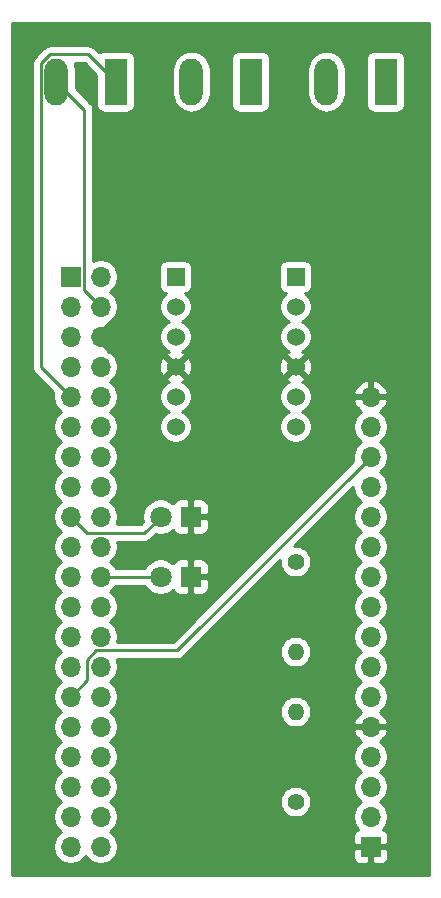
<source format=gbr>
%TF.GenerationSoftware,KiCad,Pcbnew,(5.1.8)-1*%
%TF.CreationDate,2020-12-08T02:20:49-08:00*%
%TF.ProjectId,pihidscan,70696869-6473-4636-916e-2e6b69636164,rev?*%
%TF.SameCoordinates,Original*%
%TF.FileFunction,Copper,L2,Bot*%
%TF.FilePolarity,Positive*%
%FSLAX46Y46*%
G04 Gerber Fmt 4.6, Leading zero omitted, Abs format (unit mm)*
G04 Created by KiCad (PCBNEW (5.1.8)-1) date 2020-12-08 02:20:49*
%MOMM*%
%LPD*%
G01*
G04 APERTURE LIST*
%TA.AperFunction,ComponentPad*%
%ADD10O,1.700000X1.700000*%
%TD*%
%TA.AperFunction,ComponentPad*%
%ADD11R,1.700000X1.700000*%
%TD*%
%TA.AperFunction,ComponentPad*%
%ADD12C,1.800000*%
%TD*%
%TA.AperFunction,ComponentPad*%
%ADD13R,1.800000X1.800000*%
%TD*%
%TA.AperFunction,ComponentPad*%
%ADD14O,1.980000X3.960000*%
%TD*%
%TA.AperFunction,ComponentPad*%
%ADD15R,1.980000X3.960000*%
%TD*%
%TA.AperFunction,ComponentPad*%
%ADD16C,1.524000*%
%TD*%
%TA.AperFunction,ComponentPad*%
%ADD17R,1.524000X1.524000*%
%TD*%
%TA.AperFunction,ComponentPad*%
%ADD18O,1.400000X1.400000*%
%TD*%
%TA.AperFunction,ComponentPad*%
%ADD19C,1.400000*%
%TD*%
%TA.AperFunction,Conductor*%
%ADD20C,0.250000*%
%TD*%
%TA.AperFunction,Conductor*%
%ADD21C,0.254000*%
%TD*%
%TA.AperFunction,Conductor*%
%ADD22C,0.100000*%
%TD*%
G04 APERTURE END LIST*
D10*
%TO.P,LCD Disp,16*%
%TO.N,GND*%
X83820000Y-67310000D03*
%TO.P,LCD Disp,15*%
%TO.N,Net-(J5-Pad15)*%
X83820000Y-69850000D03*
%TO.P,LCD Disp,14*%
%TO.N,Net-(J2-Pad29)*%
X83820000Y-72390000D03*
%TO.P,LCD Disp,13*%
%TO.N,Net-(J2-Pad32)*%
X83820000Y-74930000D03*
%TO.P,LCD Disp,12*%
%TO.N,Net-(J2-Pad31)*%
X83820000Y-77470000D03*
%TO.P,LCD Disp,11*%
%TO.N,Net-(J2-Pad33)*%
X83820000Y-80010000D03*
%TO.P,LCD Disp,10*%
%TO.N,Net-(J5-Pad10)*%
X83820000Y-82550000D03*
%TO.P,LCD Disp,9*%
%TO.N,Net-(J5-Pad9)*%
X83820000Y-85090000D03*
%TO.P,LCD Disp,8*%
%TO.N,Net-(J5-Pad8)*%
X83820000Y-87630000D03*
%TO.P,LCD Disp,7*%
%TO.N,Net-(J5-Pad7)*%
X83820000Y-90170000D03*
%TO.P,LCD Disp,6*%
%TO.N,Net-(J2-Pad36)*%
X83820000Y-92710000D03*
%TO.P,LCD Disp,5*%
%TO.N,GND*%
X83820000Y-95250000D03*
%TO.P,LCD Disp,4*%
%TO.N,Net-(J2-Pad37)*%
X83820000Y-97790000D03*
%TO.P,LCD Disp,3*%
%TO.N,Net-(J5-Pad3)*%
X83820000Y-100330000D03*
%TO.P,LCD Disp,2*%
%TO.N,+5V*%
X83820000Y-102870000D03*
D11*
%TO.P,LCD Disp,1*%
%TO.N,GND*%
X83820000Y-105410000D03*
%TD*%
D10*
%TO.P,Pi Conn,40*%
%TO.N,Net-(J2-Pad40)*%
X60960000Y-105410000D03*
%TO.P,Pi Conn,39*%
%TO.N,Net-(J2-Pad39)*%
X58420000Y-105410000D03*
%TO.P,Pi Conn,38*%
%TO.N,Net-(J2-Pad38)*%
X60960000Y-102870000D03*
%TO.P,Pi Conn,37*%
%TO.N,Net-(J2-Pad37)*%
X58420000Y-102870000D03*
%TO.P,Pi Conn,36*%
%TO.N,Net-(J2-Pad36)*%
X60960000Y-100330000D03*
%TO.P,Pi Conn,35*%
%TO.N,Net-(J2-Pad35)*%
X58420000Y-100330000D03*
%TO.P,Pi Conn,34*%
%TO.N,Net-(J2-Pad34)*%
X60960000Y-97790000D03*
%TO.P,Pi Conn,33*%
%TO.N,Net-(J2-Pad33)*%
X58420000Y-97790000D03*
%TO.P,Pi Conn,32*%
%TO.N,Net-(J2-Pad32)*%
X60960000Y-95250000D03*
%TO.P,Pi Conn,31*%
%TO.N,Net-(J2-Pad31)*%
X58420000Y-95250000D03*
%TO.P,Pi Conn,30*%
%TO.N,Net-(J2-Pad30)*%
X60960000Y-92710000D03*
%TO.P,Pi Conn,29*%
%TO.N,Net-(J2-Pad29)*%
X58420000Y-92710000D03*
%TO.P,Pi Conn,28*%
%TO.N,Net-(J2-Pad28)*%
X60960000Y-90170000D03*
%TO.P,Pi Conn,27*%
%TO.N,Net-(J2-Pad27)*%
X58420000Y-90170000D03*
%TO.P,Pi Conn,26*%
%TO.N,Net-(J2-Pad26)*%
X60960000Y-87630000D03*
%TO.P,Pi Conn,25*%
%TO.N,Net-(J2-Pad25)*%
X58420000Y-87630000D03*
%TO.P,Pi Conn,24*%
%TO.N,Net-(J2-Pad24)*%
X60960000Y-85090000D03*
%TO.P,Pi Conn,23*%
%TO.N,Net-(J2-Pad23)*%
X58420000Y-85090000D03*
%TO.P,Pi Conn,22*%
%TO.N,Net-(D1-Pad2)*%
X60960000Y-82550000D03*
%TO.P,Pi Conn,21*%
%TO.N,Net-(J2-Pad21)*%
X58420000Y-82550000D03*
%TO.P,Pi Conn,20*%
%TO.N,Net-(J2-Pad20)*%
X60960000Y-80010000D03*
%TO.P,Pi Conn,19*%
%TO.N,Net-(J2-Pad19)*%
X58420000Y-80010000D03*
%TO.P,Pi Conn,18*%
%TO.N,Net-(J2-Pad18)*%
X60960000Y-77470000D03*
%TO.P,Pi Conn,17*%
%TO.N,Net-(D2-Pad2)*%
X58420000Y-77470000D03*
%TO.P,Pi Conn,16*%
%TO.N,Net-(J2-Pad16)*%
X60960000Y-74930000D03*
%TO.P,Pi Conn,15*%
%TO.N,Net-(J2-Pad15)*%
X58420000Y-74930000D03*
%TO.P,Pi Conn,14*%
%TO.N,Net-(J2-Pad14)*%
X60960000Y-72390000D03*
%TO.P,Pi Conn,13*%
%TO.N,Net-(J2-Pad13)*%
X58420000Y-72390000D03*
%TO.P,Pi Conn,12*%
%TO.N,Net-(J2-Pad12)*%
X60960000Y-69850000D03*
%TO.P,Pi Conn,11*%
%TO.N,Net-(J2-Pad11)*%
X58420000Y-69850000D03*
%TO.P,Pi Conn,10*%
%TO.N,Net-(J2-Pad10)*%
X60960000Y-67310000D03*
%TO.P,Pi Conn,9*%
%TO.N,Net-(HIDPWD1-Pad1)*%
X58420000Y-67310000D03*
%TO.P,Pi Conn,8*%
%TO.N,Net-(J2-Pad8)*%
X60960000Y-64770000D03*
%TO.P,Pi Conn,7*%
%TO.N,Net-(J2-Pad7)*%
X58420000Y-64770000D03*
%TO.P,Pi Conn,6*%
%TO.N,GND*%
X60960000Y-62230000D03*
%TO.P,Pi Conn,5*%
%TO.N,Net-(J2-Pad5)*%
X58420000Y-62230000D03*
%TO.P,Pi Conn,4*%
%TO.N,Net-(HIDPWD1-Pad2)*%
X60960000Y-59690000D03*
%TO.P,Pi Conn,3*%
%TO.N,Net-(J2-Pad3)*%
X58420000Y-59690000D03*
%TO.P,Pi Conn,2*%
%TO.N,+5V*%
X60960000Y-57150000D03*
D11*
%TO.P,Pi Conn,1*%
%TO.N,+3V3*%
X58420000Y-57150000D03*
%TD*%
D12*
%TO.P,PWR,2*%
%TO.N,Net-(D2-Pad2)*%
X66040000Y-77470000D03*
D13*
%TO.P,PWR,1*%
%TO.N,GND*%
X68580000Y-77470000D03*
%TD*%
D12*
%TO.P,DI,2*%
%TO.N,Net-(D1-Pad2)*%
X66040000Y-82550000D03*
D13*
%TO.P,DI,1*%
%TO.N,GND*%
X68580000Y-82550000D03*
%TD*%
D14*
%TO.P,+ HIDPWD -,2*%
%TO.N,Net-(HIDPWD1-Pad2)*%
X57230000Y-40640000D03*
D15*
%TO.P,+ HIDPWD -,1*%
%TO.N,Net-(HIDPWD1-Pad1)*%
X62230000Y-40640000D03*
%TD*%
D16*
%TO.P,L                  H,HV4*%
%TO.N,Net-(U2-PadHV4)*%
X77470000Y-69850000D03*
%TO.P,L                  H,HV3*%
%TO.N,Net-(J4-Pad2)*%
X77470000Y-67310000D03*
%TO.P,L                  H,GND_1*%
%TO.N,GND*%
X77470000Y-64770000D03*
%TO.P,L                  H,HV*%
%TO.N,+5V*%
X77470000Y-62230000D03*
%TO.P,L                  H,HV2*%
%TO.N,Net-(U2-PadHV2)*%
X77470000Y-59690000D03*
D17*
%TO.P,L                  H,HV1*%
%TO.N,Net-(J4-Pad1)*%
X77470000Y-57150000D03*
D16*
%TO.P,L                  H,LV4*%
%TO.N,Net-(U2-PadLV4)*%
X67310000Y-69850000D03*
%TO.P,L                  H,LV3*%
%TO.N,Net-(J2-Pad18)*%
X67310000Y-67310000D03*
%TO.P,L                  H,GND_2*%
%TO.N,GND*%
X67310000Y-64770000D03*
%TO.P,L                  H,LV*%
%TO.N,+3V3*%
X67310000Y-62230000D03*
%TO.P,L                  H,LV2*%
%TO.N,Net-(U2-PadLV2)*%
X67310000Y-59690000D03*
D17*
%TO.P,L                  H,LV1*%
%TO.N,Net-(J2-Pad16)*%
X67310000Y-57150000D03*
%TD*%
D18*
%TO.P,R2,2*%
%TO.N,+5V*%
X77470000Y-88900000D03*
D19*
%TO.P,R2,1*%
%TO.N,Net-(J5-Pad15)*%
X77470000Y-81280000D03*
%TD*%
D18*
%TO.P,R1,2*%
%TO.N,+5V*%
X77470000Y-93980000D03*
D19*
%TO.P,R1,1*%
%TO.N,Net-(J5-Pad3)*%
X77470000Y-101600000D03*
%TD*%
D14*
%TO.P,Relay      ,2*%
%TO.N,Net-(J2-Pad12)*%
X80090000Y-40640000D03*
D15*
%TO.P,Relay      ,1*%
%TO.N,Net-(kljsd1-Pad1)*%
X85090000Y-40640000D03*
%TD*%
D14*
%TO.P,D0 Data D1,2*%
%TO.N,Net-(J4-Pad2)*%
X68660000Y-40640000D03*
D15*
%TO.P,D0 Data D1,1*%
%TO.N,Net-(J4-Pad1)*%
X73660000Y-40640000D03*
%TD*%
D20*
%TO.N,Net-(HIDPWD1-Pad2)*%
X59595001Y-58325001D02*
X60960000Y-59690000D01*
X59595001Y-43005001D02*
X59595001Y-58325001D01*
X57230000Y-40640000D02*
X59595001Y-43005001D01*
%TO.N,Net-(HIDPWD1-Pad1)*%
X55914990Y-64804990D02*
X58420000Y-67310000D01*
X55914990Y-39105306D02*
X55914990Y-64804990D01*
X56685306Y-38334990D02*
X55914990Y-39105306D01*
X59924990Y-38334990D02*
X56685306Y-38334990D01*
X62230000Y-40640000D02*
X59924990Y-38334990D01*
%TO.N,Net-(J2-Pad29)*%
X60585997Y-88805001D02*
X67404999Y-88805001D01*
X59784999Y-89605999D02*
X60585997Y-88805001D01*
X59784999Y-91345001D02*
X59784999Y-89605999D01*
X67404999Y-88805001D02*
X83820000Y-72390000D01*
X58420000Y-92710000D02*
X59784999Y-91345001D01*
%TO.N,GND*%
X60960000Y-62230000D02*
X62230000Y-60960000D01*
X60960000Y-62230000D02*
X62230000Y-63500000D01*
X60960000Y-62230000D02*
X61292917Y-62230000D01*
X61292917Y-62230000D02*
X62230000Y-63167083D01*
X62230000Y-63167083D02*
X62230000Y-62230000D01*
X62230000Y-60960000D02*
X61987678Y-60960000D01*
X61987678Y-60960000D02*
X61520229Y-61427449D01*
X61362502Y-61427449D02*
X61520229Y-61427449D01*
X60960000Y-62230000D02*
X60960000Y-62583657D01*
X60960000Y-62583657D02*
X61876343Y-63500000D01*
X61876343Y-63500000D02*
X62230000Y-63500000D01*
X60960000Y-62230000D02*
X60960000Y-61755727D01*
X60960000Y-61755727D02*
X61755727Y-60960000D01*
X62230000Y-61626926D02*
X62230000Y-61292917D01*
X61854239Y-62002687D02*
X62230000Y-61626926D01*
X62230000Y-61292917D02*
X61292917Y-62230000D01*
X62123302Y-62002687D02*
X61854239Y-62002687D01*
X62373809Y-61752180D02*
X62123302Y-62002687D01*
X62373809Y-62086191D02*
X62373809Y-61752180D01*
X61914547Y-62545453D02*
X62373809Y-62086191D01*
X61599093Y-62230000D02*
X61914547Y-62545453D01*
X60960000Y-62230000D02*
X61599093Y-62230000D01*
X60960000Y-62230000D02*
X61580537Y-62230000D01*
X61580537Y-62230000D02*
X62095468Y-62744931D01*
X60960000Y-62230000D02*
X61812488Y-62230000D01*
X61812488Y-62230000D02*
X62531536Y-62949048D01*
X60960000Y-62230000D02*
X60960000Y-62778496D01*
X60960000Y-62778496D02*
X61681504Y-63500000D01*
%TO.N,Net-(D1-Pad2)*%
X66040000Y-82550000D02*
X60960000Y-82550000D01*
%TO.N,Net-(D2-Pad2)*%
X64675001Y-78834999D02*
X66040000Y-77470000D01*
X59784999Y-78834999D02*
X64675001Y-78834999D01*
X58420000Y-77470000D02*
X59784999Y-78834999D01*
%TD*%
D21*
%TO.N,GND*%
X88773000Y-107823000D02*
X53467000Y-107823000D01*
X53467000Y-39105306D01*
X55151314Y-39105306D01*
X55154990Y-39142628D01*
X55154991Y-64767657D01*
X55151314Y-64804990D01*
X55154991Y-64842323D01*
X55165558Y-64949605D01*
X55165988Y-64953975D01*
X55209444Y-65097236D01*
X55280016Y-65229266D01*
X55351191Y-65315992D01*
X55374990Y-65344991D01*
X55403988Y-65368789D01*
X56978790Y-66943592D01*
X56935000Y-67163740D01*
X56935000Y-67456260D01*
X56992068Y-67743158D01*
X57104010Y-68013411D01*
X57266525Y-68256632D01*
X57473368Y-68463475D01*
X57647760Y-68580000D01*
X57473368Y-68696525D01*
X57266525Y-68903368D01*
X57104010Y-69146589D01*
X56992068Y-69416842D01*
X56935000Y-69703740D01*
X56935000Y-69996260D01*
X56992068Y-70283158D01*
X57104010Y-70553411D01*
X57266525Y-70796632D01*
X57473368Y-71003475D01*
X57647760Y-71120000D01*
X57473368Y-71236525D01*
X57266525Y-71443368D01*
X57104010Y-71686589D01*
X56992068Y-71956842D01*
X56935000Y-72243740D01*
X56935000Y-72536260D01*
X56992068Y-72823158D01*
X57104010Y-73093411D01*
X57266525Y-73336632D01*
X57473368Y-73543475D01*
X57647760Y-73660000D01*
X57473368Y-73776525D01*
X57266525Y-73983368D01*
X57104010Y-74226589D01*
X56992068Y-74496842D01*
X56935000Y-74783740D01*
X56935000Y-75076260D01*
X56992068Y-75363158D01*
X57104010Y-75633411D01*
X57266525Y-75876632D01*
X57473368Y-76083475D01*
X57647760Y-76200000D01*
X57473368Y-76316525D01*
X57266525Y-76523368D01*
X57104010Y-76766589D01*
X56992068Y-77036842D01*
X56935000Y-77323740D01*
X56935000Y-77616260D01*
X56992068Y-77903158D01*
X57104010Y-78173411D01*
X57266525Y-78416632D01*
X57473368Y-78623475D01*
X57647760Y-78740000D01*
X57473368Y-78856525D01*
X57266525Y-79063368D01*
X57104010Y-79306589D01*
X56992068Y-79576842D01*
X56935000Y-79863740D01*
X56935000Y-80156260D01*
X56992068Y-80443158D01*
X57104010Y-80713411D01*
X57266525Y-80956632D01*
X57473368Y-81163475D01*
X57647760Y-81280000D01*
X57473368Y-81396525D01*
X57266525Y-81603368D01*
X57104010Y-81846589D01*
X56992068Y-82116842D01*
X56935000Y-82403740D01*
X56935000Y-82696260D01*
X56992068Y-82983158D01*
X57104010Y-83253411D01*
X57266525Y-83496632D01*
X57473368Y-83703475D01*
X57647760Y-83820000D01*
X57473368Y-83936525D01*
X57266525Y-84143368D01*
X57104010Y-84386589D01*
X56992068Y-84656842D01*
X56935000Y-84943740D01*
X56935000Y-85236260D01*
X56992068Y-85523158D01*
X57104010Y-85793411D01*
X57266525Y-86036632D01*
X57473368Y-86243475D01*
X57647760Y-86360000D01*
X57473368Y-86476525D01*
X57266525Y-86683368D01*
X57104010Y-86926589D01*
X56992068Y-87196842D01*
X56935000Y-87483740D01*
X56935000Y-87776260D01*
X56992068Y-88063158D01*
X57104010Y-88333411D01*
X57266525Y-88576632D01*
X57473368Y-88783475D01*
X57647760Y-88900000D01*
X57473368Y-89016525D01*
X57266525Y-89223368D01*
X57104010Y-89466589D01*
X56992068Y-89736842D01*
X56935000Y-90023740D01*
X56935000Y-90316260D01*
X56992068Y-90603158D01*
X57104010Y-90873411D01*
X57266525Y-91116632D01*
X57473368Y-91323475D01*
X57647760Y-91440000D01*
X57473368Y-91556525D01*
X57266525Y-91763368D01*
X57104010Y-92006589D01*
X56992068Y-92276842D01*
X56935000Y-92563740D01*
X56935000Y-92856260D01*
X56992068Y-93143158D01*
X57104010Y-93413411D01*
X57266525Y-93656632D01*
X57473368Y-93863475D01*
X57647760Y-93980000D01*
X57473368Y-94096525D01*
X57266525Y-94303368D01*
X57104010Y-94546589D01*
X56992068Y-94816842D01*
X56935000Y-95103740D01*
X56935000Y-95396260D01*
X56992068Y-95683158D01*
X57104010Y-95953411D01*
X57266525Y-96196632D01*
X57473368Y-96403475D01*
X57647760Y-96520000D01*
X57473368Y-96636525D01*
X57266525Y-96843368D01*
X57104010Y-97086589D01*
X56992068Y-97356842D01*
X56935000Y-97643740D01*
X56935000Y-97936260D01*
X56992068Y-98223158D01*
X57104010Y-98493411D01*
X57266525Y-98736632D01*
X57473368Y-98943475D01*
X57647760Y-99060000D01*
X57473368Y-99176525D01*
X57266525Y-99383368D01*
X57104010Y-99626589D01*
X56992068Y-99896842D01*
X56935000Y-100183740D01*
X56935000Y-100476260D01*
X56992068Y-100763158D01*
X57104010Y-101033411D01*
X57266525Y-101276632D01*
X57473368Y-101483475D01*
X57647760Y-101600000D01*
X57473368Y-101716525D01*
X57266525Y-101923368D01*
X57104010Y-102166589D01*
X56992068Y-102436842D01*
X56935000Y-102723740D01*
X56935000Y-103016260D01*
X56992068Y-103303158D01*
X57104010Y-103573411D01*
X57266525Y-103816632D01*
X57473368Y-104023475D01*
X57647760Y-104140000D01*
X57473368Y-104256525D01*
X57266525Y-104463368D01*
X57104010Y-104706589D01*
X56992068Y-104976842D01*
X56935000Y-105263740D01*
X56935000Y-105556260D01*
X56992068Y-105843158D01*
X57104010Y-106113411D01*
X57266525Y-106356632D01*
X57473368Y-106563475D01*
X57716589Y-106725990D01*
X57986842Y-106837932D01*
X58273740Y-106895000D01*
X58566260Y-106895000D01*
X58853158Y-106837932D01*
X59123411Y-106725990D01*
X59366632Y-106563475D01*
X59573475Y-106356632D01*
X59690000Y-106182240D01*
X59806525Y-106356632D01*
X60013368Y-106563475D01*
X60256589Y-106725990D01*
X60526842Y-106837932D01*
X60813740Y-106895000D01*
X61106260Y-106895000D01*
X61393158Y-106837932D01*
X61663411Y-106725990D01*
X61906632Y-106563475D01*
X62113475Y-106356632D01*
X62178042Y-106260000D01*
X82331928Y-106260000D01*
X82344188Y-106384482D01*
X82380498Y-106504180D01*
X82439463Y-106614494D01*
X82518815Y-106711185D01*
X82615506Y-106790537D01*
X82725820Y-106849502D01*
X82845518Y-106885812D01*
X82970000Y-106898072D01*
X83534250Y-106895000D01*
X83693000Y-106736250D01*
X83693000Y-105537000D01*
X83947000Y-105537000D01*
X83947000Y-106736250D01*
X84105750Y-106895000D01*
X84670000Y-106898072D01*
X84794482Y-106885812D01*
X84914180Y-106849502D01*
X85024494Y-106790537D01*
X85121185Y-106711185D01*
X85200537Y-106614494D01*
X85259502Y-106504180D01*
X85295812Y-106384482D01*
X85308072Y-106260000D01*
X85305000Y-105695750D01*
X85146250Y-105537000D01*
X83947000Y-105537000D01*
X83693000Y-105537000D01*
X82493750Y-105537000D01*
X82335000Y-105695750D01*
X82331928Y-106260000D01*
X62178042Y-106260000D01*
X62275990Y-106113411D01*
X62387932Y-105843158D01*
X62445000Y-105556260D01*
X62445000Y-105263740D01*
X62387932Y-104976842D01*
X62275990Y-104706589D01*
X62178043Y-104560000D01*
X82331928Y-104560000D01*
X82335000Y-105124250D01*
X82493750Y-105283000D01*
X83693000Y-105283000D01*
X83693000Y-105263000D01*
X83947000Y-105263000D01*
X83947000Y-105283000D01*
X85146250Y-105283000D01*
X85305000Y-105124250D01*
X85308072Y-104560000D01*
X85295812Y-104435518D01*
X85259502Y-104315820D01*
X85200537Y-104205506D01*
X85121185Y-104108815D01*
X85024494Y-104029463D01*
X84914180Y-103970498D01*
X84841620Y-103948487D01*
X84973475Y-103816632D01*
X85135990Y-103573411D01*
X85247932Y-103303158D01*
X85305000Y-103016260D01*
X85305000Y-102723740D01*
X85247932Y-102436842D01*
X85135990Y-102166589D01*
X84973475Y-101923368D01*
X84766632Y-101716525D01*
X84592240Y-101600000D01*
X84766632Y-101483475D01*
X84973475Y-101276632D01*
X85135990Y-101033411D01*
X85247932Y-100763158D01*
X85305000Y-100476260D01*
X85305000Y-100183740D01*
X85247932Y-99896842D01*
X85135990Y-99626589D01*
X84973475Y-99383368D01*
X84766632Y-99176525D01*
X84592240Y-99060000D01*
X84766632Y-98943475D01*
X84973475Y-98736632D01*
X85135990Y-98493411D01*
X85247932Y-98223158D01*
X85305000Y-97936260D01*
X85305000Y-97643740D01*
X85247932Y-97356842D01*
X85135990Y-97086589D01*
X84973475Y-96843368D01*
X84766632Y-96636525D01*
X84584466Y-96514805D01*
X84701355Y-96445178D01*
X84917588Y-96250269D01*
X85091641Y-96016920D01*
X85216825Y-95754099D01*
X85261476Y-95606890D01*
X85140155Y-95377000D01*
X83947000Y-95377000D01*
X83947000Y-95397000D01*
X83693000Y-95397000D01*
X83693000Y-95377000D01*
X82499845Y-95377000D01*
X82378524Y-95606890D01*
X82423175Y-95754099D01*
X82548359Y-96016920D01*
X82722412Y-96250269D01*
X82938645Y-96445178D01*
X83055534Y-96514805D01*
X82873368Y-96636525D01*
X82666525Y-96843368D01*
X82504010Y-97086589D01*
X82392068Y-97356842D01*
X82335000Y-97643740D01*
X82335000Y-97936260D01*
X82392068Y-98223158D01*
X82504010Y-98493411D01*
X82666525Y-98736632D01*
X82873368Y-98943475D01*
X83047760Y-99060000D01*
X82873368Y-99176525D01*
X82666525Y-99383368D01*
X82504010Y-99626589D01*
X82392068Y-99896842D01*
X82335000Y-100183740D01*
X82335000Y-100476260D01*
X82392068Y-100763158D01*
X82504010Y-101033411D01*
X82666525Y-101276632D01*
X82873368Y-101483475D01*
X83047760Y-101600000D01*
X82873368Y-101716525D01*
X82666525Y-101923368D01*
X82504010Y-102166589D01*
X82392068Y-102436842D01*
X82335000Y-102723740D01*
X82335000Y-103016260D01*
X82392068Y-103303158D01*
X82504010Y-103573411D01*
X82666525Y-103816632D01*
X82798380Y-103948487D01*
X82725820Y-103970498D01*
X82615506Y-104029463D01*
X82518815Y-104108815D01*
X82439463Y-104205506D01*
X82380498Y-104315820D01*
X82344188Y-104435518D01*
X82331928Y-104560000D01*
X62178043Y-104560000D01*
X62113475Y-104463368D01*
X61906632Y-104256525D01*
X61732240Y-104140000D01*
X61906632Y-104023475D01*
X62113475Y-103816632D01*
X62275990Y-103573411D01*
X62387932Y-103303158D01*
X62445000Y-103016260D01*
X62445000Y-102723740D01*
X62387932Y-102436842D01*
X62275990Y-102166589D01*
X62113475Y-101923368D01*
X61906632Y-101716525D01*
X61732240Y-101600000D01*
X61906632Y-101483475D01*
X61921593Y-101468514D01*
X76135000Y-101468514D01*
X76135000Y-101731486D01*
X76186304Y-101989405D01*
X76286939Y-102232359D01*
X76433038Y-102451013D01*
X76618987Y-102636962D01*
X76837641Y-102783061D01*
X77080595Y-102883696D01*
X77338514Y-102935000D01*
X77601486Y-102935000D01*
X77859405Y-102883696D01*
X78102359Y-102783061D01*
X78321013Y-102636962D01*
X78506962Y-102451013D01*
X78653061Y-102232359D01*
X78753696Y-101989405D01*
X78805000Y-101731486D01*
X78805000Y-101468514D01*
X78753696Y-101210595D01*
X78653061Y-100967641D01*
X78506962Y-100748987D01*
X78321013Y-100563038D01*
X78102359Y-100416939D01*
X77859405Y-100316304D01*
X77601486Y-100265000D01*
X77338514Y-100265000D01*
X77080595Y-100316304D01*
X76837641Y-100416939D01*
X76618987Y-100563038D01*
X76433038Y-100748987D01*
X76286939Y-100967641D01*
X76186304Y-101210595D01*
X76135000Y-101468514D01*
X61921593Y-101468514D01*
X62113475Y-101276632D01*
X62275990Y-101033411D01*
X62387932Y-100763158D01*
X62445000Y-100476260D01*
X62445000Y-100183740D01*
X62387932Y-99896842D01*
X62275990Y-99626589D01*
X62113475Y-99383368D01*
X61906632Y-99176525D01*
X61732240Y-99060000D01*
X61906632Y-98943475D01*
X62113475Y-98736632D01*
X62275990Y-98493411D01*
X62387932Y-98223158D01*
X62445000Y-97936260D01*
X62445000Y-97643740D01*
X62387932Y-97356842D01*
X62275990Y-97086589D01*
X62113475Y-96843368D01*
X61906632Y-96636525D01*
X61732240Y-96520000D01*
X61906632Y-96403475D01*
X62113475Y-96196632D01*
X62275990Y-95953411D01*
X62387932Y-95683158D01*
X62445000Y-95396260D01*
X62445000Y-95103740D01*
X62387932Y-94816842D01*
X62275990Y-94546589D01*
X62113475Y-94303368D01*
X61906632Y-94096525D01*
X61732240Y-93980000D01*
X61906632Y-93863475D01*
X61921593Y-93848514D01*
X76135000Y-93848514D01*
X76135000Y-94111486D01*
X76186304Y-94369405D01*
X76286939Y-94612359D01*
X76433038Y-94831013D01*
X76618987Y-95016962D01*
X76837641Y-95163061D01*
X77080595Y-95263696D01*
X77338514Y-95315000D01*
X77601486Y-95315000D01*
X77859405Y-95263696D01*
X78102359Y-95163061D01*
X78321013Y-95016962D01*
X78506962Y-94831013D01*
X78653061Y-94612359D01*
X78753696Y-94369405D01*
X78805000Y-94111486D01*
X78805000Y-93848514D01*
X78753696Y-93590595D01*
X78653061Y-93347641D01*
X78506962Y-93128987D01*
X78321013Y-92943038D01*
X78102359Y-92796939D01*
X77859405Y-92696304D01*
X77601486Y-92645000D01*
X77338514Y-92645000D01*
X77080595Y-92696304D01*
X76837641Y-92796939D01*
X76618987Y-92943038D01*
X76433038Y-93128987D01*
X76286939Y-93347641D01*
X76186304Y-93590595D01*
X76135000Y-93848514D01*
X61921593Y-93848514D01*
X62113475Y-93656632D01*
X62275990Y-93413411D01*
X62387932Y-93143158D01*
X62445000Y-92856260D01*
X62445000Y-92563740D01*
X62387932Y-92276842D01*
X62275990Y-92006589D01*
X62113475Y-91763368D01*
X61906632Y-91556525D01*
X61732240Y-91440000D01*
X61906632Y-91323475D01*
X62113475Y-91116632D01*
X62275990Y-90873411D01*
X62387932Y-90603158D01*
X62445000Y-90316260D01*
X62445000Y-90023740D01*
X62387932Y-89736842D01*
X62316753Y-89565001D01*
X67367677Y-89565001D01*
X67404999Y-89568677D01*
X67442321Y-89565001D01*
X67442332Y-89565001D01*
X67553985Y-89554004D01*
X67697246Y-89510547D01*
X67829275Y-89439975D01*
X67945000Y-89345002D01*
X67968803Y-89315998D01*
X68516287Y-88768514D01*
X76135000Y-88768514D01*
X76135000Y-89031486D01*
X76186304Y-89289405D01*
X76286939Y-89532359D01*
X76433038Y-89751013D01*
X76618987Y-89936962D01*
X76837641Y-90083061D01*
X77080595Y-90183696D01*
X77338514Y-90235000D01*
X77601486Y-90235000D01*
X77859405Y-90183696D01*
X78102359Y-90083061D01*
X78321013Y-89936962D01*
X78506962Y-89751013D01*
X78653061Y-89532359D01*
X78753696Y-89289405D01*
X78805000Y-89031486D01*
X78805000Y-88768514D01*
X78753696Y-88510595D01*
X78653061Y-88267641D01*
X78506962Y-88048987D01*
X78321013Y-87863038D01*
X78102359Y-87716939D01*
X77859405Y-87616304D01*
X77601486Y-87565000D01*
X77338514Y-87565000D01*
X77080595Y-87616304D01*
X76837641Y-87716939D01*
X76618987Y-87863038D01*
X76433038Y-88048987D01*
X76286939Y-88267641D01*
X76186304Y-88510595D01*
X76135000Y-88768514D01*
X68516287Y-88768514D01*
X76135000Y-81149801D01*
X76135000Y-81411486D01*
X76186304Y-81669405D01*
X76286939Y-81912359D01*
X76433038Y-82131013D01*
X76618987Y-82316962D01*
X76837641Y-82463061D01*
X77080595Y-82563696D01*
X77338514Y-82615000D01*
X77601486Y-82615000D01*
X77859405Y-82563696D01*
X78102359Y-82463061D01*
X78321013Y-82316962D01*
X78506962Y-82131013D01*
X78653061Y-81912359D01*
X78753696Y-81669405D01*
X78805000Y-81411486D01*
X78805000Y-81148514D01*
X78753696Y-80890595D01*
X78653061Y-80647641D01*
X78506962Y-80428987D01*
X78321013Y-80243038D01*
X78102359Y-80096939D01*
X77859405Y-79996304D01*
X77601486Y-79945000D01*
X77339802Y-79945000D01*
X82335000Y-74949802D01*
X82335000Y-75076260D01*
X82392068Y-75363158D01*
X82504010Y-75633411D01*
X82666525Y-75876632D01*
X82873368Y-76083475D01*
X83047760Y-76200000D01*
X82873368Y-76316525D01*
X82666525Y-76523368D01*
X82504010Y-76766589D01*
X82392068Y-77036842D01*
X82335000Y-77323740D01*
X82335000Y-77616260D01*
X82392068Y-77903158D01*
X82504010Y-78173411D01*
X82666525Y-78416632D01*
X82873368Y-78623475D01*
X83047760Y-78740000D01*
X82873368Y-78856525D01*
X82666525Y-79063368D01*
X82504010Y-79306589D01*
X82392068Y-79576842D01*
X82335000Y-79863740D01*
X82335000Y-80156260D01*
X82392068Y-80443158D01*
X82504010Y-80713411D01*
X82666525Y-80956632D01*
X82873368Y-81163475D01*
X83047760Y-81280000D01*
X82873368Y-81396525D01*
X82666525Y-81603368D01*
X82504010Y-81846589D01*
X82392068Y-82116842D01*
X82335000Y-82403740D01*
X82335000Y-82696260D01*
X82392068Y-82983158D01*
X82504010Y-83253411D01*
X82666525Y-83496632D01*
X82873368Y-83703475D01*
X83047760Y-83820000D01*
X82873368Y-83936525D01*
X82666525Y-84143368D01*
X82504010Y-84386589D01*
X82392068Y-84656842D01*
X82335000Y-84943740D01*
X82335000Y-85236260D01*
X82392068Y-85523158D01*
X82504010Y-85793411D01*
X82666525Y-86036632D01*
X82873368Y-86243475D01*
X83047760Y-86360000D01*
X82873368Y-86476525D01*
X82666525Y-86683368D01*
X82504010Y-86926589D01*
X82392068Y-87196842D01*
X82335000Y-87483740D01*
X82335000Y-87776260D01*
X82392068Y-88063158D01*
X82504010Y-88333411D01*
X82666525Y-88576632D01*
X82873368Y-88783475D01*
X83047760Y-88900000D01*
X82873368Y-89016525D01*
X82666525Y-89223368D01*
X82504010Y-89466589D01*
X82392068Y-89736842D01*
X82335000Y-90023740D01*
X82335000Y-90316260D01*
X82392068Y-90603158D01*
X82504010Y-90873411D01*
X82666525Y-91116632D01*
X82873368Y-91323475D01*
X83047760Y-91440000D01*
X82873368Y-91556525D01*
X82666525Y-91763368D01*
X82504010Y-92006589D01*
X82392068Y-92276842D01*
X82335000Y-92563740D01*
X82335000Y-92856260D01*
X82392068Y-93143158D01*
X82504010Y-93413411D01*
X82666525Y-93656632D01*
X82873368Y-93863475D01*
X83055534Y-93985195D01*
X82938645Y-94054822D01*
X82722412Y-94249731D01*
X82548359Y-94483080D01*
X82423175Y-94745901D01*
X82378524Y-94893110D01*
X82499845Y-95123000D01*
X83693000Y-95123000D01*
X83693000Y-95103000D01*
X83947000Y-95103000D01*
X83947000Y-95123000D01*
X85140155Y-95123000D01*
X85261476Y-94893110D01*
X85216825Y-94745901D01*
X85091641Y-94483080D01*
X84917588Y-94249731D01*
X84701355Y-94054822D01*
X84584466Y-93985195D01*
X84766632Y-93863475D01*
X84973475Y-93656632D01*
X85135990Y-93413411D01*
X85247932Y-93143158D01*
X85305000Y-92856260D01*
X85305000Y-92563740D01*
X85247932Y-92276842D01*
X85135990Y-92006589D01*
X84973475Y-91763368D01*
X84766632Y-91556525D01*
X84592240Y-91440000D01*
X84766632Y-91323475D01*
X84973475Y-91116632D01*
X85135990Y-90873411D01*
X85247932Y-90603158D01*
X85305000Y-90316260D01*
X85305000Y-90023740D01*
X85247932Y-89736842D01*
X85135990Y-89466589D01*
X84973475Y-89223368D01*
X84766632Y-89016525D01*
X84592240Y-88900000D01*
X84766632Y-88783475D01*
X84973475Y-88576632D01*
X85135990Y-88333411D01*
X85247932Y-88063158D01*
X85305000Y-87776260D01*
X85305000Y-87483740D01*
X85247932Y-87196842D01*
X85135990Y-86926589D01*
X84973475Y-86683368D01*
X84766632Y-86476525D01*
X84592240Y-86360000D01*
X84766632Y-86243475D01*
X84973475Y-86036632D01*
X85135990Y-85793411D01*
X85247932Y-85523158D01*
X85305000Y-85236260D01*
X85305000Y-84943740D01*
X85247932Y-84656842D01*
X85135990Y-84386589D01*
X84973475Y-84143368D01*
X84766632Y-83936525D01*
X84592240Y-83820000D01*
X84766632Y-83703475D01*
X84973475Y-83496632D01*
X85135990Y-83253411D01*
X85247932Y-82983158D01*
X85305000Y-82696260D01*
X85305000Y-82403740D01*
X85247932Y-82116842D01*
X85135990Y-81846589D01*
X84973475Y-81603368D01*
X84766632Y-81396525D01*
X84592240Y-81280000D01*
X84766632Y-81163475D01*
X84973475Y-80956632D01*
X85135990Y-80713411D01*
X85247932Y-80443158D01*
X85305000Y-80156260D01*
X85305000Y-79863740D01*
X85247932Y-79576842D01*
X85135990Y-79306589D01*
X84973475Y-79063368D01*
X84766632Y-78856525D01*
X84592240Y-78740000D01*
X84766632Y-78623475D01*
X84973475Y-78416632D01*
X85135990Y-78173411D01*
X85247932Y-77903158D01*
X85305000Y-77616260D01*
X85305000Y-77323740D01*
X85247932Y-77036842D01*
X85135990Y-76766589D01*
X84973475Y-76523368D01*
X84766632Y-76316525D01*
X84592240Y-76200000D01*
X84766632Y-76083475D01*
X84973475Y-75876632D01*
X85135990Y-75633411D01*
X85247932Y-75363158D01*
X85305000Y-75076260D01*
X85305000Y-74783740D01*
X85247932Y-74496842D01*
X85135990Y-74226589D01*
X84973475Y-73983368D01*
X84766632Y-73776525D01*
X84592240Y-73660000D01*
X84766632Y-73543475D01*
X84973475Y-73336632D01*
X85135990Y-73093411D01*
X85247932Y-72823158D01*
X85305000Y-72536260D01*
X85305000Y-72243740D01*
X85247932Y-71956842D01*
X85135990Y-71686589D01*
X84973475Y-71443368D01*
X84766632Y-71236525D01*
X84592240Y-71120000D01*
X84766632Y-71003475D01*
X84973475Y-70796632D01*
X85135990Y-70553411D01*
X85247932Y-70283158D01*
X85305000Y-69996260D01*
X85305000Y-69703740D01*
X85247932Y-69416842D01*
X85135990Y-69146589D01*
X84973475Y-68903368D01*
X84766632Y-68696525D01*
X84584466Y-68574805D01*
X84701355Y-68505178D01*
X84917588Y-68310269D01*
X85091641Y-68076920D01*
X85216825Y-67814099D01*
X85261476Y-67666890D01*
X85140155Y-67437000D01*
X83947000Y-67437000D01*
X83947000Y-67457000D01*
X83693000Y-67457000D01*
X83693000Y-67437000D01*
X82499845Y-67437000D01*
X82378524Y-67666890D01*
X82423175Y-67814099D01*
X82548359Y-68076920D01*
X82722412Y-68310269D01*
X82938645Y-68505178D01*
X83055534Y-68574805D01*
X82873368Y-68696525D01*
X82666525Y-68903368D01*
X82504010Y-69146589D01*
X82392068Y-69416842D01*
X82335000Y-69703740D01*
X82335000Y-69996260D01*
X82392068Y-70283158D01*
X82504010Y-70553411D01*
X82666525Y-70796632D01*
X82873368Y-71003475D01*
X83047760Y-71120000D01*
X82873368Y-71236525D01*
X82666525Y-71443368D01*
X82504010Y-71686589D01*
X82392068Y-71956842D01*
X82335000Y-72243740D01*
X82335000Y-72536260D01*
X82378790Y-72756408D01*
X67090198Y-88045001D01*
X62391544Y-88045001D01*
X62445000Y-87776260D01*
X62445000Y-87483740D01*
X62387932Y-87196842D01*
X62275990Y-86926589D01*
X62113475Y-86683368D01*
X61906632Y-86476525D01*
X61732240Y-86360000D01*
X61906632Y-86243475D01*
X62113475Y-86036632D01*
X62275990Y-85793411D01*
X62387932Y-85523158D01*
X62445000Y-85236260D01*
X62445000Y-84943740D01*
X62387932Y-84656842D01*
X62275990Y-84386589D01*
X62113475Y-84143368D01*
X61906632Y-83936525D01*
X61732240Y-83820000D01*
X61906632Y-83703475D01*
X62113475Y-83496632D01*
X62238178Y-83310000D01*
X64701687Y-83310000D01*
X64847688Y-83528505D01*
X65061495Y-83742312D01*
X65312905Y-83910299D01*
X65592257Y-84026011D01*
X65888816Y-84085000D01*
X66191184Y-84085000D01*
X66487743Y-84026011D01*
X66767095Y-83910299D01*
X67018505Y-83742312D01*
X67084944Y-83675873D01*
X67090498Y-83694180D01*
X67149463Y-83804494D01*
X67228815Y-83901185D01*
X67325506Y-83980537D01*
X67435820Y-84039502D01*
X67555518Y-84075812D01*
X67680000Y-84088072D01*
X68294250Y-84085000D01*
X68453000Y-83926250D01*
X68453000Y-82677000D01*
X68707000Y-82677000D01*
X68707000Y-83926250D01*
X68865750Y-84085000D01*
X69480000Y-84088072D01*
X69604482Y-84075812D01*
X69724180Y-84039502D01*
X69834494Y-83980537D01*
X69931185Y-83901185D01*
X70010537Y-83804494D01*
X70069502Y-83694180D01*
X70105812Y-83574482D01*
X70118072Y-83450000D01*
X70115000Y-82835750D01*
X69956250Y-82677000D01*
X68707000Y-82677000D01*
X68453000Y-82677000D01*
X68433000Y-82677000D01*
X68433000Y-82423000D01*
X68453000Y-82423000D01*
X68453000Y-81173750D01*
X68707000Y-81173750D01*
X68707000Y-82423000D01*
X69956250Y-82423000D01*
X70115000Y-82264250D01*
X70118072Y-81650000D01*
X70105812Y-81525518D01*
X70069502Y-81405820D01*
X70010537Y-81295506D01*
X69931185Y-81198815D01*
X69834494Y-81119463D01*
X69724180Y-81060498D01*
X69604482Y-81024188D01*
X69480000Y-81011928D01*
X68865750Y-81015000D01*
X68707000Y-81173750D01*
X68453000Y-81173750D01*
X68294250Y-81015000D01*
X67680000Y-81011928D01*
X67555518Y-81024188D01*
X67435820Y-81060498D01*
X67325506Y-81119463D01*
X67228815Y-81198815D01*
X67149463Y-81295506D01*
X67090498Y-81405820D01*
X67084944Y-81424127D01*
X67018505Y-81357688D01*
X66767095Y-81189701D01*
X66487743Y-81073989D01*
X66191184Y-81015000D01*
X65888816Y-81015000D01*
X65592257Y-81073989D01*
X65312905Y-81189701D01*
X65061495Y-81357688D01*
X64847688Y-81571495D01*
X64701687Y-81790000D01*
X62238178Y-81790000D01*
X62113475Y-81603368D01*
X61906632Y-81396525D01*
X61732240Y-81280000D01*
X61906632Y-81163475D01*
X62113475Y-80956632D01*
X62275990Y-80713411D01*
X62387932Y-80443158D01*
X62445000Y-80156260D01*
X62445000Y-79863740D01*
X62391544Y-79594999D01*
X64637679Y-79594999D01*
X64675001Y-79598675D01*
X64712323Y-79594999D01*
X64712334Y-79594999D01*
X64823987Y-79584002D01*
X64967248Y-79540545D01*
X65099277Y-79469973D01*
X65215002Y-79375000D01*
X65238805Y-79345996D01*
X65631070Y-78953731D01*
X65888816Y-79005000D01*
X66191184Y-79005000D01*
X66487743Y-78946011D01*
X66767095Y-78830299D01*
X67018505Y-78662312D01*
X67084944Y-78595873D01*
X67090498Y-78614180D01*
X67149463Y-78724494D01*
X67228815Y-78821185D01*
X67325506Y-78900537D01*
X67435820Y-78959502D01*
X67555518Y-78995812D01*
X67680000Y-79008072D01*
X68294250Y-79005000D01*
X68453000Y-78846250D01*
X68453000Y-77597000D01*
X68707000Y-77597000D01*
X68707000Y-78846250D01*
X68865750Y-79005000D01*
X69480000Y-79008072D01*
X69604482Y-78995812D01*
X69724180Y-78959502D01*
X69834494Y-78900537D01*
X69931185Y-78821185D01*
X70010537Y-78724494D01*
X70069502Y-78614180D01*
X70105812Y-78494482D01*
X70118072Y-78370000D01*
X70115000Y-77755750D01*
X69956250Y-77597000D01*
X68707000Y-77597000D01*
X68453000Y-77597000D01*
X68433000Y-77597000D01*
X68433000Y-77343000D01*
X68453000Y-77343000D01*
X68453000Y-76093750D01*
X68707000Y-76093750D01*
X68707000Y-77343000D01*
X69956250Y-77343000D01*
X70115000Y-77184250D01*
X70118072Y-76570000D01*
X70105812Y-76445518D01*
X70069502Y-76325820D01*
X70010537Y-76215506D01*
X69931185Y-76118815D01*
X69834494Y-76039463D01*
X69724180Y-75980498D01*
X69604482Y-75944188D01*
X69480000Y-75931928D01*
X68865750Y-75935000D01*
X68707000Y-76093750D01*
X68453000Y-76093750D01*
X68294250Y-75935000D01*
X67680000Y-75931928D01*
X67555518Y-75944188D01*
X67435820Y-75980498D01*
X67325506Y-76039463D01*
X67228815Y-76118815D01*
X67149463Y-76215506D01*
X67090498Y-76325820D01*
X67084944Y-76344127D01*
X67018505Y-76277688D01*
X66767095Y-76109701D01*
X66487743Y-75993989D01*
X66191184Y-75935000D01*
X65888816Y-75935000D01*
X65592257Y-75993989D01*
X65312905Y-76109701D01*
X65061495Y-76277688D01*
X64847688Y-76491495D01*
X64679701Y-76742905D01*
X64563989Y-77022257D01*
X64505000Y-77318816D01*
X64505000Y-77621184D01*
X64556269Y-77878930D01*
X64360200Y-78074999D01*
X62316753Y-78074999D01*
X62387932Y-77903158D01*
X62445000Y-77616260D01*
X62445000Y-77323740D01*
X62387932Y-77036842D01*
X62275990Y-76766589D01*
X62113475Y-76523368D01*
X61906632Y-76316525D01*
X61732240Y-76200000D01*
X61906632Y-76083475D01*
X62113475Y-75876632D01*
X62275990Y-75633411D01*
X62387932Y-75363158D01*
X62445000Y-75076260D01*
X62445000Y-74783740D01*
X62387932Y-74496842D01*
X62275990Y-74226589D01*
X62113475Y-73983368D01*
X61906632Y-73776525D01*
X61732240Y-73660000D01*
X61906632Y-73543475D01*
X62113475Y-73336632D01*
X62275990Y-73093411D01*
X62387932Y-72823158D01*
X62445000Y-72536260D01*
X62445000Y-72243740D01*
X62387932Y-71956842D01*
X62275990Y-71686589D01*
X62113475Y-71443368D01*
X61906632Y-71236525D01*
X61732240Y-71120000D01*
X61906632Y-71003475D01*
X62113475Y-70796632D01*
X62275990Y-70553411D01*
X62387932Y-70283158D01*
X62445000Y-69996260D01*
X62445000Y-69703740D01*
X62387932Y-69416842D01*
X62275990Y-69146589D01*
X62113475Y-68903368D01*
X61906632Y-68696525D01*
X61732240Y-68580000D01*
X61906632Y-68463475D01*
X62113475Y-68256632D01*
X62275990Y-68013411D01*
X62387932Y-67743158D01*
X62445000Y-67456260D01*
X62445000Y-67172408D01*
X65913000Y-67172408D01*
X65913000Y-67447592D01*
X65966686Y-67717490D01*
X66071995Y-67971727D01*
X66224880Y-68200535D01*
X66419465Y-68395120D01*
X66648273Y-68548005D01*
X66725515Y-68580000D01*
X66648273Y-68611995D01*
X66419465Y-68764880D01*
X66224880Y-68959465D01*
X66071995Y-69188273D01*
X65966686Y-69442510D01*
X65913000Y-69712408D01*
X65913000Y-69987592D01*
X65966686Y-70257490D01*
X66071995Y-70511727D01*
X66224880Y-70740535D01*
X66419465Y-70935120D01*
X66648273Y-71088005D01*
X66902510Y-71193314D01*
X67172408Y-71247000D01*
X67447592Y-71247000D01*
X67717490Y-71193314D01*
X67971727Y-71088005D01*
X68200535Y-70935120D01*
X68395120Y-70740535D01*
X68548005Y-70511727D01*
X68653314Y-70257490D01*
X68707000Y-69987592D01*
X68707000Y-69712408D01*
X68653314Y-69442510D01*
X68548005Y-69188273D01*
X68395120Y-68959465D01*
X68200535Y-68764880D01*
X67971727Y-68611995D01*
X67894485Y-68580000D01*
X67971727Y-68548005D01*
X68200535Y-68395120D01*
X68395120Y-68200535D01*
X68548005Y-67971727D01*
X68653314Y-67717490D01*
X68707000Y-67447592D01*
X68707000Y-67172408D01*
X76073000Y-67172408D01*
X76073000Y-67447592D01*
X76126686Y-67717490D01*
X76231995Y-67971727D01*
X76384880Y-68200535D01*
X76579465Y-68395120D01*
X76808273Y-68548005D01*
X76885515Y-68580000D01*
X76808273Y-68611995D01*
X76579465Y-68764880D01*
X76384880Y-68959465D01*
X76231995Y-69188273D01*
X76126686Y-69442510D01*
X76073000Y-69712408D01*
X76073000Y-69987592D01*
X76126686Y-70257490D01*
X76231995Y-70511727D01*
X76384880Y-70740535D01*
X76579465Y-70935120D01*
X76808273Y-71088005D01*
X77062510Y-71193314D01*
X77332408Y-71247000D01*
X77607592Y-71247000D01*
X77877490Y-71193314D01*
X78131727Y-71088005D01*
X78360535Y-70935120D01*
X78555120Y-70740535D01*
X78708005Y-70511727D01*
X78813314Y-70257490D01*
X78867000Y-69987592D01*
X78867000Y-69712408D01*
X78813314Y-69442510D01*
X78708005Y-69188273D01*
X78555120Y-68959465D01*
X78360535Y-68764880D01*
X78131727Y-68611995D01*
X78054485Y-68580000D01*
X78131727Y-68548005D01*
X78360535Y-68395120D01*
X78555120Y-68200535D01*
X78708005Y-67971727D01*
X78813314Y-67717490D01*
X78867000Y-67447592D01*
X78867000Y-67172408D01*
X78823379Y-66953110D01*
X82378524Y-66953110D01*
X82499845Y-67183000D01*
X83693000Y-67183000D01*
X83693000Y-65989186D01*
X83947000Y-65989186D01*
X83947000Y-67183000D01*
X85140155Y-67183000D01*
X85261476Y-66953110D01*
X85216825Y-66805901D01*
X85091641Y-66543080D01*
X84917588Y-66309731D01*
X84701355Y-66114822D01*
X84451252Y-65965843D01*
X84176891Y-65868519D01*
X83947000Y-65989186D01*
X83693000Y-65989186D01*
X83463109Y-65868519D01*
X83188748Y-65965843D01*
X82938645Y-66114822D01*
X82722412Y-66309731D01*
X82548359Y-66543080D01*
X82423175Y-66805901D01*
X82378524Y-66953110D01*
X78823379Y-66953110D01*
X78813314Y-66902510D01*
X78708005Y-66648273D01*
X78555120Y-66419465D01*
X78360535Y-66224880D01*
X78131727Y-66071995D01*
X78060057Y-66042308D01*
X78073023Y-66037636D01*
X78188980Y-65975656D01*
X78255960Y-65735565D01*
X77470000Y-64949605D01*
X76684040Y-65735565D01*
X76751020Y-65975656D01*
X76886760Y-66039485D01*
X76808273Y-66071995D01*
X76579465Y-66224880D01*
X76384880Y-66419465D01*
X76231995Y-66648273D01*
X76126686Y-66902510D01*
X76073000Y-67172408D01*
X68707000Y-67172408D01*
X68653314Y-66902510D01*
X68548005Y-66648273D01*
X68395120Y-66419465D01*
X68200535Y-66224880D01*
X67971727Y-66071995D01*
X67900057Y-66042308D01*
X67913023Y-66037636D01*
X68028980Y-65975656D01*
X68095960Y-65735565D01*
X67310000Y-64949605D01*
X66524040Y-65735565D01*
X66591020Y-65975656D01*
X66726760Y-66039485D01*
X66648273Y-66071995D01*
X66419465Y-66224880D01*
X66224880Y-66419465D01*
X66071995Y-66648273D01*
X65966686Y-66902510D01*
X65913000Y-67172408D01*
X62445000Y-67172408D01*
X62445000Y-67163740D01*
X62387932Y-66876842D01*
X62275990Y-66606589D01*
X62113475Y-66363368D01*
X61906632Y-66156525D01*
X61732240Y-66040000D01*
X61906632Y-65923475D01*
X62113475Y-65716632D01*
X62275990Y-65473411D01*
X62387932Y-65203158D01*
X62445000Y-64916260D01*
X62445000Y-64842017D01*
X65908090Y-64842017D01*
X65949078Y-65114133D01*
X66042364Y-65373023D01*
X66104344Y-65488980D01*
X66344435Y-65555960D01*
X67130395Y-64770000D01*
X67489605Y-64770000D01*
X68275565Y-65555960D01*
X68515656Y-65488980D01*
X68632756Y-65239952D01*
X68699023Y-64972865D01*
X68705157Y-64842017D01*
X76068090Y-64842017D01*
X76109078Y-65114133D01*
X76202364Y-65373023D01*
X76264344Y-65488980D01*
X76504435Y-65555960D01*
X77290395Y-64770000D01*
X77649605Y-64770000D01*
X78435565Y-65555960D01*
X78675656Y-65488980D01*
X78792756Y-65239952D01*
X78859023Y-64972865D01*
X78871910Y-64697983D01*
X78830922Y-64425867D01*
X78737636Y-64166977D01*
X78675656Y-64051020D01*
X78435565Y-63984040D01*
X77649605Y-64770000D01*
X77290395Y-64770000D01*
X76504435Y-63984040D01*
X76264344Y-64051020D01*
X76147244Y-64300048D01*
X76080977Y-64567135D01*
X76068090Y-64842017D01*
X68705157Y-64842017D01*
X68711910Y-64697983D01*
X68670922Y-64425867D01*
X68577636Y-64166977D01*
X68515656Y-64051020D01*
X68275565Y-63984040D01*
X67489605Y-64770000D01*
X67130395Y-64770000D01*
X66344435Y-63984040D01*
X66104344Y-64051020D01*
X65987244Y-64300048D01*
X65920977Y-64567135D01*
X65908090Y-64842017D01*
X62445000Y-64842017D01*
X62445000Y-64623740D01*
X62387932Y-64336842D01*
X62275990Y-64066589D01*
X62113475Y-63823368D01*
X61906632Y-63616525D01*
X61724466Y-63494805D01*
X61841355Y-63425178D01*
X62057588Y-63230269D01*
X62231641Y-62996920D01*
X62356825Y-62734099D01*
X62401476Y-62586890D01*
X62280155Y-62357000D01*
X61087000Y-62357000D01*
X61087000Y-62377000D01*
X60833000Y-62377000D01*
X60833000Y-62357000D01*
X60813000Y-62357000D01*
X60813000Y-62103000D01*
X60833000Y-62103000D01*
X60833000Y-62083000D01*
X61087000Y-62083000D01*
X61087000Y-62103000D01*
X62280155Y-62103000D01*
X62401476Y-61873110D01*
X62356825Y-61725901D01*
X62231641Y-61463080D01*
X62057588Y-61229731D01*
X61841355Y-61034822D01*
X61724466Y-60965195D01*
X61906632Y-60843475D01*
X62113475Y-60636632D01*
X62275990Y-60393411D01*
X62387932Y-60123158D01*
X62445000Y-59836260D01*
X62445000Y-59543740D01*
X62387932Y-59256842D01*
X62275990Y-58986589D01*
X62113475Y-58743368D01*
X61906632Y-58536525D01*
X61732240Y-58420000D01*
X61906632Y-58303475D01*
X62113475Y-58096632D01*
X62275990Y-57853411D01*
X62387932Y-57583158D01*
X62445000Y-57296260D01*
X62445000Y-57003740D01*
X62387932Y-56716842D01*
X62275990Y-56446589D01*
X62236843Y-56388000D01*
X65909928Y-56388000D01*
X65909928Y-57912000D01*
X65922188Y-58036482D01*
X65958498Y-58156180D01*
X66017463Y-58266494D01*
X66096815Y-58363185D01*
X66193506Y-58442537D01*
X66303820Y-58501502D01*
X66423518Y-58537812D01*
X66507465Y-58546080D01*
X66419465Y-58604880D01*
X66224880Y-58799465D01*
X66071995Y-59028273D01*
X65966686Y-59282510D01*
X65913000Y-59552408D01*
X65913000Y-59827592D01*
X65966686Y-60097490D01*
X66071995Y-60351727D01*
X66224880Y-60580535D01*
X66419465Y-60775120D01*
X66648273Y-60928005D01*
X66725515Y-60960000D01*
X66648273Y-60991995D01*
X66419465Y-61144880D01*
X66224880Y-61339465D01*
X66071995Y-61568273D01*
X65966686Y-61822510D01*
X65913000Y-62092408D01*
X65913000Y-62367592D01*
X65966686Y-62637490D01*
X66071995Y-62891727D01*
X66224880Y-63120535D01*
X66419465Y-63315120D01*
X66648273Y-63468005D01*
X66719943Y-63497692D01*
X66706977Y-63502364D01*
X66591020Y-63564344D01*
X66524040Y-63804435D01*
X67310000Y-64590395D01*
X68095960Y-63804435D01*
X68028980Y-63564344D01*
X67893240Y-63500515D01*
X67971727Y-63468005D01*
X68200535Y-63315120D01*
X68395120Y-63120535D01*
X68548005Y-62891727D01*
X68653314Y-62637490D01*
X68707000Y-62367592D01*
X68707000Y-62092408D01*
X68653314Y-61822510D01*
X68548005Y-61568273D01*
X68395120Y-61339465D01*
X68200535Y-61144880D01*
X67971727Y-60991995D01*
X67894485Y-60960000D01*
X67971727Y-60928005D01*
X68200535Y-60775120D01*
X68395120Y-60580535D01*
X68548005Y-60351727D01*
X68653314Y-60097490D01*
X68707000Y-59827592D01*
X68707000Y-59552408D01*
X68653314Y-59282510D01*
X68548005Y-59028273D01*
X68395120Y-58799465D01*
X68200535Y-58604880D01*
X68112535Y-58546080D01*
X68196482Y-58537812D01*
X68316180Y-58501502D01*
X68426494Y-58442537D01*
X68523185Y-58363185D01*
X68602537Y-58266494D01*
X68661502Y-58156180D01*
X68697812Y-58036482D01*
X68710072Y-57912000D01*
X68710072Y-56388000D01*
X76069928Y-56388000D01*
X76069928Y-57912000D01*
X76082188Y-58036482D01*
X76118498Y-58156180D01*
X76177463Y-58266494D01*
X76256815Y-58363185D01*
X76353506Y-58442537D01*
X76463820Y-58501502D01*
X76583518Y-58537812D01*
X76667465Y-58546080D01*
X76579465Y-58604880D01*
X76384880Y-58799465D01*
X76231995Y-59028273D01*
X76126686Y-59282510D01*
X76073000Y-59552408D01*
X76073000Y-59827592D01*
X76126686Y-60097490D01*
X76231995Y-60351727D01*
X76384880Y-60580535D01*
X76579465Y-60775120D01*
X76808273Y-60928005D01*
X76885515Y-60960000D01*
X76808273Y-60991995D01*
X76579465Y-61144880D01*
X76384880Y-61339465D01*
X76231995Y-61568273D01*
X76126686Y-61822510D01*
X76073000Y-62092408D01*
X76073000Y-62367592D01*
X76126686Y-62637490D01*
X76231995Y-62891727D01*
X76384880Y-63120535D01*
X76579465Y-63315120D01*
X76808273Y-63468005D01*
X76879943Y-63497692D01*
X76866977Y-63502364D01*
X76751020Y-63564344D01*
X76684040Y-63804435D01*
X77470000Y-64590395D01*
X78255960Y-63804435D01*
X78188980Y-63564344D01*
X78053240Y-63500515D01*
X78131727Y-63468005D01*
X78360535Y-63315120D01*
X78555120Y-63120535D01*
X78708005Y-62891727D01*
X78813314Y-62637490D01*
X78867000Y-62367592D01*
X78867000Y-62092408D01*
X78813314Y-61822510D01*
X78708005Y-61568273D01*
X78555120Y-61339465D01*
X78360535Y-61144880D01*
X78131727Y-60991995D01*
X78054485Y-60960000D01*
X78131727Y-60928005D01*
X78360535Y-60775120D01*
X78555120Y-60580535D01*
X78708005Y-60351727D01*
X78813314Y-60097490D01*
X78867000Y-59827592D01*
X78867000Y-59552408D01*
X78813314Y-59282510D01*
X78708005Y-59028273D01*
X78555120Y-58799465D01*
X78360535Y-58604880D01*
X78272535Y-58546080D01*
X78356482Y-58537812D01*
X78476180Y-58501502D01*
X78586494Y-58442537D01*
X78683185Y-58363185D01*
X78762537Y-58266494D01*
X78821502Y-58156180D01*
X78857812Y-58036482D01*
X78870072Y-57912000D01*
X78870072Y-56388000D01*
X78857812Y-56263518D01*
X78821502Y-56143820D01*
X78762537Y-56033506D01*
X78683185Y-55936815D01*
X78586494Y-55857463D01*
X78476180Y-55798498D01*
X78356482Y-55762188D01*
X78232000Y-55749928D01*
X76708000Y-55749928D01*
X76583518Y-55762188D01*
X76463820Y-55798498D01*
X76353506Y-55857463D01*
X76256815Y-55936815D01*
X76177463Y-56033506D01*
X76118498Y-56143820D01*
X76082188Y-56263518D01*
X76069928Y-56388000D01*
X68710072Y-56388000D01*
X68697812Y-56263518D01*
X68661502Y-56143820D01*
X68602537Y-56033506D01*
X68523185Y-55936815D01*
X68426494Y-55857463D01*
X68316180Y-55798498D01*
X68196482Y-55762188D01*
X68072000Y-55749928D01*
X66548000Y-55749928D01*
X66423518Y-55762188D01*
X66303820Y-55798498D01*
X66193506Y-55857463D01*
X66096815Y-55936815D01*
X66017463Y-56033506D01*
X65958498Y-56143820D01*
X65922188Y-56263518D01*
X65909928Y-56388000D01*
X62236843Y-56388000D01*
X62113475Y-56203368D01*
X61906632Y-55996525D01*
X61663411Y-55834010D01*
X61393158Y-55722068D01*
X61106260Y-55665000D01*
X60813740Y-55665000D01*
X60526842Y-55722068D01*
X60355001Y-55793247D01*
X60355001Y-43042323D01*
X60358677Y-43005000D01*
X60355001Y-42967677D01*
X60355001Y-42967668D01*
X60344004Y-42856015D01*
X60300547Y-42712754D01*
X60229975Y-42580725D01*
X60216812Y-42564686D01*
X60158800Y-42493997D01*
X60158796Y-42493993D01*
X60135002Y-42465000D01*
X60106010Y-42441207D01*
X58855000Y-41190198D01*
X58855000Y-39570176D01*
X58831487Y-39331444D01*
X58759759Y-39094990D01*
X59610189Y-39094990D01*
X60601928Y-40086730D01*
X60601928Y-42620000D01*
X60614188Y-42744482D01*
X60650498Y-42864180D01*
X60709463Y-42974494D01*
X60788815Y-43071185D01*
X60885506Y-43150537D01*
X60995820Y-43209502D01*
X61115518Y-43245812D01*
X61240000Y-43258072D01*
X63220000Y-43258072D01*
X63344482Y-43245812D01*
X63464180Y-43209502D01*
X63574494Y-43150537D01*
X63671185Y-43071185D01*
X63750537Y-42974494D01*
X63809502Y-42864180D01*
X63845812Y-42744482D01*
X63858072Y-42620000D01*
X63858072Y-41709823D01*
X67035000Y-41709823D01*
X67058513Y-41948555D01*
X67151432Y-42254868D01*
X67302325Y-42537169D01*
X67505392Y-42784608D01*
X67752830Y-42987675D01*
X68035131Y-43138568D01*
X68341444Y-43231487D01*
X68660000Y-43262862D01*
X68978555Y-43231487D01*
X69284868Y-43138568D01*
X69567169Y-42987675D01*
X69814608Y-42784608D01*
X70017675Y-42537170D01*
X70168568Y-42254869D01*
X70261487Y-41948556D01*
X70285000Y-41709824D01*
X70285000Y-39570176D01*
X70261487Y-39331444D01*
X70168568Y-39025131D01*
X70017675Y-38742830D01*
X69949699Y-38660000D01*
X72031928Y-38660000D01*
X72031928Y-42620000D01*
X72044188Y-42744482D01*
X72080498Y-42864180D01*
X72139463Y-42974494D01*
X72218815Y-43071185D01*
X72315506Y-43150537D01*
X72425820Y-43209502D01*
X72545518Y-43245812D01*
X72670000Y-43258072D01*
X74650000Y-43258072D01*
X74774482Y-43245812D01*
X74894180Y-43209502D01*
X75004494Y-43150537D01*
X75101185Y-43071185D01*
X75180537Y-42974494D01*
X75239502Y-42864180D01*
X75275812Y-42744482D01*
X75288072Y-42620000D01*
X75288072Y-41709823D01*
X78465000Y-41709823D01*
X78488513Y-41948555D01*
X78581432Y-42254868D01*
X78732325Y-42537169D01*
X78935392Y-42784608D01*
X79182830Y-42987675D01*
X79465131Y-43138568D01*
X79771444Y-43231487D01*
X80090000Y-43262862D01*
X80408555Y-43231487D01*
X80714868Y-43138568D01*
X80997169Y-42987675D01*
X81244608Y-42784608D01*
X81447675Y-42537170D01*
X81598568Y-42254869D01*
X81691487Y-41948556D01*
X81715000Y-41709824D01*
X81715000Y-39570176D01*
X81691487Y-39331444D01*
X81598568Y-39025131D01*
X81447675Y-38742830D01*
X81379699Y-38660000D01*
X83461928Y-38660000D01*
X83461928Y-42620000D01*
X83474188Y-42744482D01*
X83510498Y-42864180D01*
X83569463Y-42974494D01*
X83648815Y-43071185D01*
X83745506Y-43150537D01*
X83855820Y-43209502D01*
X83975518Y-43245812D01*
X84100000Y-43258072D01*
X86080000Y-43258072D01*
X86204482Y-43245812D01*
X86324180Y-43209502D01*
X86434494Y-43150537D01*
X86531185Y-43071185D01*
X86610537Y-42974494D01*
X86669502Y-42864180D01*
X86705812Y-42744482D01*
X86718072Y-42620000D01*
X86718072Y-38660000D01*
X86705812Y-38535518D01*
X86669502Y-38415820D01*
X86610537Y-38305506D01*
X86531185Y-38208815D01*
X86434494Y-38129463D01*
X86324180Y-38070498D01*
X86204482Y-38034188D01*
X86080000Y-38021928D01*
X84100000Y-38021928D01*
X83975518Y-38034188D01*
X83855820Y-38070498D01*
X83745506Y-38129463D01*
X83648815Y-38208815D01*
X83569463Y-38305506D01*
X83510498Y-38415820D01*
X83474188Y-38535518D01*
X83461928Y-38660000D01*
X81379699Y-38660000D01*
X81244608Y-38495392D01*
X80997170Y-38292325D01*
X80714869Y-38141432D01*
X80408556Y-38048513D01*
X80090000Y-38017138D01*
X79771445Y-38048513D01*
X79465132Y-38141432D01*
X79182831Y-38292325D01*
X78935393Y-38495392D01*
X78732326Y-38742830D01*
X78581433Y-39025131D01*
X78488514Y-39331444D01*
X78465001Y-39570176D01*
X78465000Y-41709823D01*
X75288072Y-41709823D01*
X75288072Y-38660000D01*
X75275812Y-38535518D01*
X75239502Y-38415820D01*
X75180537Y-38305506D01*
X75101185Y-38208815D01*
X75004494Y-38129463D01*
X74894180Y-38070498D01*
X74774482Y-38034188D01*
X74650000Y-38021928D01*
X72670000Y-38021928D01*
X72545518Y-38034188D01*
X72425820Y-38070498D01*
X72315506Y-38129463D01*
X72218815Y-38208815D01*
X72139463Y-38305506D01*
X72080498Y-38415820D01*
X72044188Y-38535518D01*
X72031928Y-38660000D01*
X69949699Y-38660000D01*
X69814608Y-38495392D01*
X69567170Y-38292325D01*
X69284869Y-38141432D01*
X68978556Y-38048513D01*
X68660000Y-38017138D01*
X68341445Y-38048513D01*
X68035132Y-38141432D01*
X67752831Y-38292325D01*
X67505393Y-38495392D01*
X67302326Y-38742830D01*
X67151433Y-39025131D01*
X67058514Y-39331444D01*
X67035001Y-39570176D01*
X67035000Y-41709823D01*
X63858072Y-41709823D01*
X63858072Y-38660000D01*
X63845812Y-38535518D01*
X63809502Y-38415820D01*
X63750537Y-38305506D01*
X63671185Y-38208815D01*
X63574494Y-38129463D01*
X63464180Y-38070498D01*
X63344482Y-38034188D01*
X63220000Y-38021928D01*
X61240000Y-38021928D01*
X61115518Y-38034188D01*
X60995820Y-38070498D01*
X60885506Y-38129463D01*
X60835392Y-38170590D01*
X60488794Y-37823992D01*
X60464991Y-37794989D01*
X60349266Y-37700016D01*
X60217237Y-37629444D01*
X60073976Y-37585987D01*
X59962323Y-37574990D01*
X59962312Y-37574990D01*
X59924990Y-37571314D01*
X59887668Y-37574990D01*
X56722628Y-37574990D01*
X56685305Y-37571314D01*
X56647982Y-37574990D01*
X56647973Y-37574990D01*
X56536320Y-37585987D01*
X56393059Y-37629444D01*
X56261030Y-37700016D01*
X56145305Y-37794989D01*
X56121507Y-37823988D01*
X55403992Y-38541503D01*
X55374989Y-38565305D01*
X55324164Y-38627236D01*
X55280016Y-38681030D01*
X55246983Y-38742830D01*
X55209444Y-38813060D01*
X55165987Y-38956321D01*
X55154990Y-39067974D01*
X55154990Y-39067984D01*
X55151314Y-39105306D01*
X53467000Y-39105306D01*
X53467000Y-35687000D01*
X88773000Y-35687000D01*
X88773000Y-107823000D01*
%TA.AperFunction,Conductor*%
D22*
G36*
X88773000Y-107823000D02*
G01*
X53467000Y-107823000D01*
X53467000Y-39105306D01*
X55151314Y-39105306D01*
X55154990Y-39142628D01*
X55154991Y-64767657D01*
X55151314Y-64804990D01*
X55154991Y-64842323D01*
X55165558Y-64949605D01*
X55165988Y-64953975D01*
X55209444Y-65097236D01*
X55280016Y-65229266D01*
X55351191Y-65315992D01*
X55374990Y-65344991D01*
X55403988Y-65368789D01*
X56978790Y-66943592D01*
X56935000Y-67163740D01*
X56935000Y-67456260D01*
X56992068Y-67743158D01*
X57104010Y-68013411D01*
X57266525Y-68256632D01*
X57473368Y-68463475D01*
X57647760Y-68580000D01*
X57473368Y-68696525D01*
X57266525Y-68903368D01*
X57104010Y-69146589D01*
X56992068Y-69416842D01*
X56935000Y-69703740D01*
X56935000Y-69996260D01*
X56992068Y-70283158D01*
X57104010Y-70553411D01*
X57266525Y-70796632D01*
X57473368Y-71003475D01*
X57647760Y-71120000D01*
X57473368Y-71236525D01*
X57266525Y-71443368D01*
X57104010Y-71686589D01*
X56992068Y-71956842D01*
X56935000Y-72243740D01*
X56935000Y-72536260D01*
X56992068Y-72823158D01*
X57104010Y-73093411D01*
X57266525Y-73336632D01*
X57473368Y-73543475D01*
X57647760Y-73660000D01*
X57473368Y-73776525D01*
X57266525Y-73983368D01*
X57104010Y-74226589D01*
X56992068Y-74496842D01*
X56935000Y-74783740D01*
X56935000Y-75076260D01*
X56992068Y-75363158D01*
X57104010Y-75633411D01*
X57266525Y-75876632D01*
X57473368Y-76083475D01*
X57647760Y-76200000D01*
X57473368Y-76316525D01*
X57266525Y-76523368D01*
X57104010Y-76766589D01*
X56992068Y-77036842D01*
X56935000Y-77323740D01*
X56935000Y-77616260D01*
X56992068Y-77903158D01*
X57104010Y-78173411D01*
X57266525Y-78416632D01*
X57473368Y-78623475D01*
X57647760Y-78740000D01*
X57473368Y-78856525D01*
X57266525Y-79063368D01*
X57104010Y-79306589D01*
X56992068Y-79576842D01*
X56935000Y-79863740D01*
X56935000Y-80156260D01*
X56992068Y-80443158D01*
X57104010Y-80713411D01*
X57266525Y-80956632D01*
X57473368Y-81163475D01*
X57647760Y-81280000D01*
X57473368Y-81396525D01*
X57266525Y-81603368D01*
X57104010Y-81846589D01*
X56992068Y-82116842D01*
X56935000Y-82403740D01*
X56935000Y-82696260D01*
X56992068Y-82983158D01*
X57104010Y-83253411D01*
X57266525Y-83496632D01*
X57473368Y-83703475D01*
X57647760Y-83820000D01*
X57473368Y-83936525D01*
X57266525Y-84143368D01*
X57104010Y-84386589D01*
X56992068Y-84656842D01*
X56935000Y-84943740D01*
X56935000Y-85236260D01*
X56992068Y-85523158D01*
X57104010Y-85793411D01*
X57266525Y-86036632D01*
X57473368Y-86243475D01*
X57647760Y-86360000D01*
X57473368Y-86476525D01*
X57266525Y-86683368D01*
X57104010Y-86926589D01*
X56992068Y-87196842D01*
X56935000Y-87483740D01*
X56935000Y-87776260D01*
X56992068Y-88063158D01*
X57104010Y-88333411D01*
X57266525Y-88576632D01*
X57473368Y-88783475D01*
X57647760Y-88900000D01*
X57473368Y-89016525D01*
X57266525Y-89223368D01*
X57104010Y-89466589D01*
X56992068Y-89736842D01*
X56935000Y-90023740D01*
X56935000Y-90316260D01*
X56992068Y-90603158D01*
X57104010Y-90873411D01*
X57266525Y-91116632D01*
X57473368Y-91323475D01*
X57647760Y-91440000D01*
X57473368Y-91556525D01*
X57266525Y-91763368D01*
X57104010Y-92006589D01*
X56992068Y-92276842D01*
X56935000Y-92563740D01*
X56935000Y-92856260D01*
X56992068Y-93143158D01*
X57104010Y-93413411D01*
X57266525Y-93656632D01*
X57473368Y-93863475D01*
X57647760Y-93980000D01*
X57473368Y-94096525D01*
X57266525Y-94303368D01*
X57104010Y-94546589D01*
X56992068Y-94816842D01*
X56935000Y-95103740D01*
X56935000Y-95396260D01*
X56992068Y-95683158D01*
X57104010Y-95953411D01*
X57266525Y-96196632D01*
X57473368Y-96403475D01*
X57647760Y-96520000D01*
X57473368Y-96636525D01*
X57266525Y-96843368D01*
X57104010Y-97086589D01*
X56992068Y-97356842D01*
X56935000Y-97643740D01*
X56935000Y-97936260D01*
X56992068Y-98223158D01*
X57104010Y-98493411D01*
X57266525Y-98736632D01*
X57473368Y-98943475D01*
X57647760Y-99060000D01*
X57473368Y-99176525D01*
X57266525Y-99383368D01*
X57104010Y-99626589D01*
X56992068Y-99896842D01*
X56935000Y-100183740D01*
X56935000Y-100476260D01*
X56992068Y-100763158D01*
X57104010Y-101033411D01*
X57266525Y-101276632D01*
X57473368Y-101483475D01*
X57647760Y-101600000D01*
X57473368Y-101716525D01*
X57266525Y-101923368D01*
X57104010Y-102166589D01*
X56992068Y-102436842D01*
X56935000Y-102723740D01*
X56935000Y-103016260D01*
X56992068Y-103303158D01*
X57104010Y-103573411D01*
X57266525Y-103816632D01*
X57473368Y-104023475D01*
X57647760Y-104140000D01*
X57473368Y-104256525D01*
X57266525Y-104463368D01*
X57104010Y-104706589D01*
X56992068Y-104976842D01*
X56935000Y-105263740D01*
X56935000Y-105556260D01*
X56992068Y-105843158D01*
X57104010Y-106113411D01*
X57266525Y-106356632D01*
X57473368Y-106563475D01*
X57716589Y-106725990D01*
X57986842Y-106837932D01*
X58273740Y-106895000D01*
X58566260Y-106895000D01*
X58853158Y-106837932D01*
X59123411Y-106725990D01*
X59366632Y-106563475D01*
X59573475Y-106356632D01*
X59690000Y-106182240D01*
X59806525Y-106356632D01*
X60013368Y-106563475D01*
X60256589Y-106725990D01*
X60526842Y-106837932D01*
X60813740Y-106895000D01*
X61106260Y-106895000D01*
X61393158Y-106837932D01*
X61663411Y-106725990D01*
X61906632Y-106563475D01*
X62113475Y-106356632D01*
X62178042Y-106260000D01*
X82331928Y-106260000D01*
X82344188Y-106384482D01*
X82380498Y-106504180D01*
X82439463Y-106614494D01*
X82518815Y-106711185D01*
X82615506Y-106790537D01*
X82725820Y-106849502D01*
X82845518Y-106885812D01*
X82970000Y-106898072D01*
X83534250Y-106895000D01*
X83693000Y-106736250D01*
X83693000Y-105537000D01*
X83947000Y-105537000D01*
X83947000Y-106736250D01*
X84105750Y-106895000D01*
X84670000Y-106898072D01*
X84794482Y-106885812D01*
X84914180Y-106849502D01*
X85024494Y-106790537D01*
X85121185Y-106711185D01*
X85200537Y-106614494D01*
X85259502Y-106504180D01*
X85295812Y-106384482D01*
X85308072Y-106260000D01*
X85305000Y-105695750D01*
X85146250Y-105537000D01*
X83947000Y-105537000D01*
X83693000Y-105537000D01*
X82493750Y-105537000D01*
X82335000Y-105695750D01*
X82331928Y-106260000D01*
X62178042Y-106260000D01*
X62275990Y-106113411D01*
X62387932Y-105843158D01*
X62445000Y-105556260D01*
X62445000Y-105263740D01*
X62387932Y-104976842D01*
X62275990Y-104706589D01*
X62178043Y-104560000D01*
X82331928Y-104560000D01*
X82335000Y-105124250D01*
X82493750Y-105283000D01*
X83693000Y-105283000D01*
X83693000Y-105263000D01*
X83947000Y-105263000D01*
X83947000Y-105283000D01*
X85146250Y-105283000D01*
X85305000Y-105124250D01*
X85308072Y-104560000D01*
X85295812Y-104435518D01*
X85259502Y-104315820D01*
X85200537Y-104205506D01*
X85121185Y-104108815D01*
X85024494Y-104029463D01*
X84914180Y-103970498D01*
X84841620Y-103948487D01*
X84973475Y-103816632D01*
X85135990Y-103573411D01*
X85247932Y-103303158D01*
X85305000Y-103016260D01*
X85305000Y-102723740D01*
X85247932Y-102436842D01*
X85135990Y-102166589D01*
X84973475Y-101923368D01*
X84766632Y-101716525D01*
X84592240Y-101600000D01*
X84766632Y-101483475D01*
X84973475Y-101276632D01*
X85135990Y-101033411D01*
X85247932Y-100763158D01*
X85305000Y-100476260D01*
X85305000Y-100183740D01*
X85247932Y-99896842D01*
X85135990Y-99626589D01*
X84973475Y-99383368D01*
X84766632Y-99176525D01*
X84592240Y-99060000D01*
X84766632Y-98943475D01*
X84973475Y-98736632D01*
X85135990Y-98493411D01*
X85247932Y-98223158D01*
X85305000Y-97936260D01*
X85305000Y-97643740D01*
X85247932Y-97356842D01*
X85135990Y-97086589D01*
X84973475Y-96843368D01*
X84766632Y-96636525D01*
X84584466Y-96514805D01*
X84701355Y-96445178D01*
X84917588Y-96250269D01*
X85091641Y-96016920D01*
X85216825Y-95754099D01*
X85261476Y-95606890D01*
X85140155Y-95377000D01*
X83947000Y-95377000D01*
X83947000Y-95397000D01*
X83693000Y-95397000D01*
X83693000Y-95377000D01*
X82499845Y-95377000D01*
X82378524Y-95606890D01*
X82423175Y-95754099D01*
X82548359Y-96016920D01*
X82722412Y-96250269D01*
X82938645Y-96445178D01*
X83055534Y-96514805D01*
X82873368Y-96636525D01*
X82666525Y-96843368D01*
X82504010Y-97086589D01*
X82392068Y-97356842D01*
X82335000Y-97643740D01*
X82335000Y-97936260D01*
X82392068Y-98223158D01*
X82504010Y-98493411D01*
X82666525Y-98736632D01*
X82873368Y-98943475D01*
X83047760Y-99060000D01*
X82873368Y-99176525D01*
X82666525Y-99383368D01*
X82504010Y-99626589D01*
X82392068Y-99896842D01*
X82335000Y-100183740D01*
X82335000Y-100476260D01*
X82392068Y-100763158D01*
X82504010Y-101033411D01*
X82666525Y-101276632D01*
X82873368Y-101483475D01*
X83047760Y-101600000D01*
X82873368Y-101716525D01*
X82666525Y-101923368D01*
X82504010Y-102166589D01*
X82392068Y-102436842D01*
X82335000Y-102723740D01*
X82335000Y-103016260D01*
X82392068Y-103303158D01*
X82504010Y-103573411D01*
X82666525Y-103816632D01*
X82798380Y-103948487D01*
X82725820Y-103970498D01*
X82615506Y-104029463D01*
X82518815Y-104108815D01*
X82439463Y-104205506D01*
X82380498Y-104315820D01*
X82344188Y-104435518D01*
X82331928Y-104560000D01*
X62178043Y-104560000D01*
X62113475Y-104463368D01*
X61906632Y-104256525D01*
X61732240Y-104140000D01*
X61906632Y-104023475D01*
X62113475Y-103816632D01*
X62275990Y-103573411D01*
X62387932Y-103303158D01*
X62445000Y-103016260D01*
X62445000Y-102723740D01*
X62387932Y-102436842D01*
X62275990Y-102166589D01*
X62113475Y-101923368D01*
X61906632Y-101716525D01*
X61732240Y-101600000D01*
X61906632Y-101483475D01*
X61921593Y-101468514D01*
X76135000Y-101468514D01*
X76135000Y-101731486D01*
X76186304Y-101989405D01*
X76286939Y-102232359D01*
X76433038Y-102451013D01*
X76618987Y-102636962D01*
X76837641Y-102783061D01*
X77080595Y-102883696D01*
X77338514Y-102935000D01*
X77601486Y-102935000D01*
X77859405Y-102883696D01*
X78102359Y-102783061D01*
X78321013Y-102636962D01*
X78506962Y-102451013D01*
X78653061Y-102232359D01*
X78753696Y-101989405D01*
X78805000Y-101731486D01*
X78805000Y-101468514D01*
X78753696Y-101210595D01*
X78653061Y-100967641D01*
X78506962Y-100748987D01*
X78321013Y-100563038D01*
X78102359Y-100416939D01*
X77859405Y-100316304D01*
X77601486Y-100265000D01*
X77338514Y-100265000D01*
X77080595Y-100316304D01*
X76837641Y-100416939D01*
X76618987Y-100563038D01*
X76433038Y-100748987D01*
X76286939Y-100967641D01*
X76186304Y-101210595D01*
X76135000Y-101468514D01*
X61921593Y-101468514D01*
X62113475Y-101276632D01*
X62275990Y-101033411D01*
X62387932Y-100763158D01*
X62445000Y-100476260D01*
X62445000Y-100183740D01*
X62387932Y-99896842D01*
X62275990Y-99626589D01*
X62113475Y-99383368D01*
X61906632Y-99176525D01*
X61732240Y-99060000D01*
X61906632Y-98943475D01*
X62113475Y-98736632D01*
X62275990Y-98493411D01*
X62387932Y-98223158D01*
X62445000Y-97936260D01*
X62445000Y-97643740D01*
X62387932Y-97356842D01*
X62275990Y-97086589D01*
X62113475Y-96843368D01*
X61906632Y-96636525D01*
X61732240Y-96520000D01*
X61906632Y-96403475D01*
X62113475Y-96196632D01*
X62275990Y-95953411D01*
X62387932Y-95683158D01*
X62445000Y-95396260D01*
X62445000Y-95103740D01*
X62387932Y-94816842D01*
X62275990Y-94546589D01*
X62113475Y-94303368D01*
X61906632Y-94096525D01*
X61732240Y-93980000D01*
X61906632Y-93863475D01*
X61921593Y-93848514D01*
X76135000Y-93848514D01*
X76135000Y-94111486D01*
X76186304Y-94369405D01*
X76286939Y-94612359D01*
X76433038Y-94831013D01*
X76618987Y-95016962D01*
X76837641Y-95163061D01*
X77080595Y-95263696D01*
X77338514Y-95315000D01*
X77601486Y-95315000D01*
X77859405Y-95263696D01*
X78102359Y-95163061D01*
X78321013Y-95016962D01*
X78506962Y-94831013D01*
X78653061Y-94612359D01*
X78753696Y-94369405D01*
X78805000Y-94111486D01*
X78805000Y-93848514D01*
X78753696Y-93590595D01*
X78653061Y-93347641D01*
X78506962Y-93128987D01*
X78321013Y-92943038D01*
X78102359Y-92796939D01*
X77859405Y-92696304D01*
X77601486Y-92645000D01*
X77338514Y-92645000D01*
X77080595Y-92696304D01*
X76837641Y-92796939D01*
X76618987Y-92943038D01*
X76433038Y-93128987D01*
X76286939Y-93347641D01*
X76186304Y-93590595D01*
X76135000Y-93848514D01*
X61921593Y-93848514D01*
X62113475Y-93656632D01*
X62275990Y-93413411D01*
X62387932Y-93143158D01*
X62445000Y-92856260D01*
X62445000Y-92563740D01*
X62387932Y-92276842D01*
X62275990Y-92006589D01*
X62113475Y-91763368D01*
X61906632Y-91556525D01*
X61732240Y-91440000D01*
X61906632Y-91323475D01*
X62113475Y-91116632D01*
X62275990Y-90873411D01*
X62387932Y-90603158D01*
X62445000Y-90316260D01*
X62445000Y-90023740D01*
X62387932Y-89736842D01*
X62316753Y-89565001D01*
X67367677Y-89565001D01*
X67404999Y-89568677D01*
X67442321Y-89565001D01*
X67442332Y-89565001D01*
X67553985Y-89554004D01*
X67697246Y-89510547D01*
X67829275Y-89439975D01*
X67945000Y-89345002D01*
X67968803Y-89315998D01*
X68516287Y-88768514D01*
X76135000Y-88768514D01*
X76135000Y-89031486D01*
X76186304Y-89289405D01*
X76286939Y-89532359D01*
X76433038Y-89751013D01*
X76618987Y-89936962D01*
X76837641Y-90083061D01*
X77080595Y-90183696D01*
X77338514Y-90235000D01*
X77601486Y-90235000D01*
X77859405Y-90183696D01*
X78102359Y-90083061D01*
X78321013Y-89936962D01*
X78506962Y-89751013D01*
X78653061Y-89532359D01*
X78753696Y-89289405D01*
X78805000Y-89031486D01*
X78805000Y-88768514D01*
X78753696Y-88510595D01*
X78653061Y-88267641D01*
X78506962Y-88048987D01*
X78321013Y-87863038D01*
X78102359Y-87716939D01*
X77859405Y-87616304D01*
X77601486Y-87565000D01*
X77338514Y-87565000D01*
X77080595Y-87616304D01*
X76837641Y-87716939D01*
X76618987Y-87863038D01*
X76433038Y-88048987D01*
X76286939Y-88267641D01*
X76186304Y-88510595D01*
X76135000Y-88768514D01*
X68516287Y-88768514D01*
X76135000Y-81149801D01*
X76135000Y-81411486D01*
X76186304Y-81669405D01*
X76286939Y-81912359D01*
X76433038Y-82131013D01*
X76618987Y-82316962D01*
X76837641Y-82463061D01*
X77080595Y-82563696D01*
X77338514Y-82615000D01*
X77601486Y-82615000D01*
X77859405Y-82563696D01*
X78102359Y-82463061D01*
X78321013Y-82316962D01*
X78506962Y-82131013D01*
X78653061Y-81912359D01*
X78753696Y-81669405D01*
X78805000Y-81411486D01*
X78805000Y-81148514D01*
X78753696Y-80890595D01*
X78653061Y-80647641D01*
X78506962Y-80428987D01*
X78321013Y-80243038D01*
X78102359Y-80096939D01*
X77859405Y-79996304D01*
X77601486Y-79945000D01*
X77339802Y-79945000D01*
X82335000Y-74949802D01*
X82335000Y-75076260D01*
X82392068Y-75363158D01*
X82504010Y-75633411D01*
X82666525Y-75876632D01*
X82873368Y-76083475D01*
X83047760Y-76200000D01*
X82873368Y-76316525D01*
X82666525Y-76523368D01*
X82504010Y-76766589D01*
X82392068Y-77036842D01*
X82335000Y-77323740D01*
X82335000Y-77616260D01*
X82392068Y-77903158D01*
X82504010Y-78173411D01*
X82666525Y-78416632D01*
X82873368Y-78623475D01*
X83047760Y-78740000D01*
X82873368Y-78856525D01*
X82666525Y-79063368D01*
X82504010Y-79306589D01*
X82392068Y-79576842D01*
X82335000Y-79863740D01*
X82335000Y-80156260D01*
X82392068Y-80443158D01*
X82504010Y-80713411D01*
X82666525Y-80956632D01*
X82873368Y-81163475D01*
X83047760Y-81280000D01*
X82873368Y-81396525D01*
X82666525Y-81603368D01*
X82504010Y-81846589D01*
X82392068Y-82116842D01*
X82335000Y-82403740D01*
X82335000Y-82696260D01*
X82392068Y-82983158D01*
X82504010Y-83253411D01*
X82666525Y-83496632D01*
X82873368Y-83703475D01*
X83047760Y-83820000D01*
X82873368Y-83936525D01*
X82666525Y-84143368D01*
X82504010Y-84386589D01*
X82392068Y-84656842D01*
X82335000Y-84943740D01*
X82335000Y-85236260D01*
X82392068Y-85523158D01*
X82504010Y-85793411D01*
X82666525Y-86036632D01*
X82873368Y-86243475D01*
X83047760Y-86360000D01*
X82873368Y-86476525D01*
X82666525Y-86683368D01*
X82504010Y-86926589D01*
X82392068Y-87196842D01*
X82335000Y-87483740D01*
X82335000Y-87776260D01*
X82392068Y-88063158D01*
X82504010Y-88333411D01*
X82666525Y-88576632D01*
X82873368Y-88783475D01*
X83047760Y-88900000D01*
X82873368Y-89016525D01*
X82666525Y-89223368D01*
X82504010Y-89466589D01*
X82392068Y-89736842D01*
X82335000Y-90023740D01*
X82335000Y-90316260D01*
X82392068Y-90603158D01*
X82504010Y-90873411D01*
X82666525Y-91116632D01*
X82873368Y-91323475D01*
X83047760Y-91440000D01*
X82873368Y-91556525D01*
X82666525Y-91763368D01*
X82504010Y-92006589D01*
X82392068Y-92276842D01*
X82335000Y-92563740D01*
X82335000Y-92856260D01*
X82392068Y-93143158D01*
X82504010Y-93413411D01*
X82666525Y-93656632D01*
X82873368Y-93863475D01*
X83055534Y-93985195D01*
X82938645Y-94054822D01*
X82722412Y-94249731D01*
X82548359Y-94483080D01*
X82423175Y-94745901D01*
X82378524Y-94893110D01*
X82499845Y-95123000D01*
X83693000Y-95123000D01*
X83693000Y-95103000D01*
X83947000Y-95103000D01*
X83947000Y-95123000D01*
X85140155Y-95123000D01*
X85261476Y-94893110D01*
X85216825Y-94745901D01*
X85091641Y-94483080D01*
X84917588Y-94249731D01*
X84701355Y-94054822D01*
X84584466Y-93985195D01*
X84766632Y-93863475D01*
X84973475Y-93656632D01*
X85135990Y-93413411D01*
X85247932Y-93143158D01*
X85305000Y-92856260D01*
X85305000Y-92563740D01*
X85247932Y-92276842D01*
X85135990Y-92006589D01*
X84973475Y-91763368D01*
X84766632Y-91556525D01*
X84592240Y-91440000D01*
X84766632Y-91323475D01*
X84973475Y-91116632D01*
X85135990Y-90873411D01*
X85247932Y-90603158D01*
X85305000Y-90316260D01*
X85305000Y-90023740D01*
X85247932Y-89736842D01*
X85135990Y-89466589D01*
X84973475Y-89223368D01*
X84766632Y-89016525D01*
X84592240Y-88900000D01*
X84766632Y-88783475D01*
X84973475Y-88576632D01*
X85135990Y-88333411D01*
X85247932Y-88063158D01*
X85305000Y-87776260D01*
X85305000Y-87483740D01*
X85247932Y-87196842D01*
X85135990Y-86926589D01*
X84973475Y-86683368D01*
X84766632Y-86476525D01*
X84592240Y-86360000D01*
X84766632Y-86243475D01*
X84973475Y-86036632D01*
X85135990Y-85793411D01*
X85247932Y-85523158D01*
X85305000Y-85236260D01*
X85305000Y-84943740D01*
X85247932Y-84656842D01*
X85135990Y-84386589D01*
X84973475Y-84143368D01*
X84766632Y-83936525D01*
X84592240Y-83820000D01*
X84766632Y-83703475D01*
X84973475Y-83496632D01*
X85135990Y-83253411D01*
X85247932Y-82983158D01*
X85305000Y-82696260D01*
X85305000Y-82403740D01*
X85247932Y-82116842D01*
X85135990Y-81846589D01*
X84973475Y-81603368D01*
X84766632Y-81396525D01*
X84592240Y-81280000D01*
X84766632Y-81163475D01*
X84973475Y-80956632D01*
X85135990Y-80713411D01*
X85247932Y-80443158D01*
X85305000Y-80156260D01*
X85305000Y-79863740D01*
X85247932Y-79576842D01*
X85135990Y-79306589D01*
X84973475Y-79063368D01*
X84766632Y-78856525D01*
X84592240Y-78740000D01*
X84766632Y-78623475D01*
X84973475Y-78416632D01*
X85135990Y-78173411D01*
X85247932Y-77903158D01*
X85305000Y-77616260D01*
X85305000Y-77323740D01*
X85247932Y-77036842D01*
X85135990Y-76766589D01*
X84973475Y-76523368D01*
X84766632Y-76316525D01*
X84592240Y-76200000D01*
X84766632Y-76083475D01*
X84973475Y-75876632D01*
X85135990Y-75633411D01*
X85247932Y-75363158D01*
X85305000Y-75076260D01*
X85305000Y-74783740D01*
X85247932Y-74496842D01*
X85135990Y-74226589D01*
X84973475Y-73983368D01*
X84766632Y-73776525D01*
X84592240Y-73660000D01*
X84766632Y-73543475D01*
X84973475Y-73336632D01*
X85135990Y-73093411D01*
X85247932Y-72823158D01*
X85305000Y-72536260D01*
X85305000Y-72243740D01*
X85247932Y-71956842D01*
X85135990Y-71686589D01*
X84973475Y-71443368D01*
X84766632Y-71236525D01*
X84592240Y-71120000D01*
X84766632Y-71003475D01*
X84973475Y-70796632D01*
X85135990Y-70553411D01*
X85247932Y-70283158D01*
X85305000Y-69996260D01*
X85305000Y-69703740D01*
X85247932Y-69416842D01*
X85135990Y-69146589D01*
X84973475Y-68903368D01*
X84766632Y-68696525D01*
X84584466Y-68574805D01*
X84701355Y-68505178D01*
X84917588Y-68310269D01*
X85091641Y-68076920D01*
X85216825Y-67814099D01*
X85261476Y-67666890D01*
X85140155Y-67437000D01*
X83947000Y-67437000D01*
X83947000Y-67457000D01*
X83693000Y-67457000D01*
X83693000Y-67437000D01*
X82499845Y-67437000D01*
X82378524Y-67666890D01*
X82423175Y-67814099D01*
X82548359Y-68076920D01*
X82722412Y-68310269D01*
X82938645Y-68505178D01*
X83055534Y-68574805D01*
X82873368Y-68696525D01*
X82666525Y-68903368D01*
X82504010Y-69146589D01*
X82392068Y-69416842D01*
X82335000Y-69703740D01*
X82335000Y-69996260D01*
X82392068Y-70283158D01*
X82504010Y-70553411D01*
X82666525Y-70796632D01*
X82873368Y-71003475D01*
X83047760Y-71120000D01*
X82873368Y-71236525D01*
X82666525Y-71443368D01*
X82504010Y-71686589D01*
X82392068Y-71956842D01*
X82335000Y-72243740D01*
X82335000Y-72536260D01*
X82378790Y-72756408D01*
X67090198Y-88045001D01*
X62391544Y-88045001D01*
X62445000Y-87776260D01*
X62445000Y-87483740D01*
X62387932Y-87196842D01*
X62275990Y-86926589D01*
X62113475Y-86683368D01*
X61906632Y-86476525D01*
X61732240Y-86360000D01*
X61906632Y-86243475D01*
X62113475Y-86036632D01*
X62275990Y-85793411D01*
X62387932Y-85523158D01*
X62445000Y-85236260D01*
X62445000Y-84943740D01*
X62387932Y-84656842D01*
X62275990Y-84386589D01*
X62113475Y-84143368D01*
X61906632Y-83936525D01*
X61732240Y-83820000D01*
X61906632Y-83703475D01*
X62113475Y-83496632D01*
X62238178Y-83310000D01*
X64701687Y-83310000D01*
X64847688Y-83528505D01*
X65061495Y-83742312D01*
X65312905Y-83910299D01*
X65592257Y-84026011D01*
X65888816Y-84085000D01*
X66191184Y-84085000D01*
X66487743Y-84026011D01*
X66767095Y-83910299D01*
X67018505Y-83742312D01*
X67084944Y-83675873D01*
X67090498Y-83694180D01*
X67149463Y-83804494D01*
X67228815Y-83901185D01*
X67325506Y-83980537D01*
X67435820Y-84039502D01*
X67555518Y-84075812D01*
X67680000Y-84088072D01*
X68294250Y-84085000D01*
X68453000Y-83926250D01*
X68453000Y-82677000D01*
X68707000Y-82677000D01*
X68707000Y-83926250D01*
X68865750Y-84085000D01*
X69480000Y-84088072D01*
X69604482Y-84075812D01*
X69724180Y-84039502D01*
X69834494Y-83980537D01*
X69931185Y-83901185D01*
X70010537Y-83804494D01*
X70069502Y-83694180D01*
X70105812Y-83574482D01*
X70118072Y-83450000D01*
X70115000Y-82835750D01*
X69956250Y-82677000D01*
X68707000Y-82677000D01*
X68453000Y-82677000D01*
X68433000Y-82677000D01*
X68433000Y-82423000D01*
X68453000Y-82423000D01*
X68453000Y-81173750D01*
X68707000Y-81173750D01*
X68707000Y-82423000D01*
X69956250Y-82423000D01*
X70115000Y-82264250D01*
X70118072Y-81650000D01*
X70105812Y-81525518D01*
X70069502Y-81405820D01*
X70010537Y-81295506D01*
X69931185Y-81198815D01*
X69834494Y-81119463D01*
X69724180Y-81060498D01*
X69604482Y-81024188D01*
X69480000Y-81011928D01*
X68865750Y-81015000D01*
X68707000Y-81173750D01*
X68453000Y-81173750D01*
X68294250Y-81015000D01*
X67680000Y-81011928D01*
X67555518Y-81024188D01*
X67435820Y-81060498D01*
X67325506Y-81119463D01*
X67228815Y-81198815D01*
X67149463Y-81295506D01*
X67090498Y-81405820D01*
X67084944Y-81424127D01*
X67018505Y-81357688D01*
X66767095Y-81189701D01*
X66487743Y-81073989D01*
X66191184Y-81015000D01*
X65888816Y-81015000D01*
X65592257Y-81073989D01*
X65312905Y-81189701D01*
X65061495Y-81357688D01*
X64847688Y-81571495D01*
X64701687Y-81790000D01*
X62238178Y-81790000D01*
X62113475Y-81603368D01*
X61906632Y-81396525D01*
X61732240Y-81280000D01*
X61906632Y-81163475D01*
X62113475Y-80956632D01*
X62275990Y-80713411D01*
X62387932Y-80443158D01*
X62445000Y-80156260D01*
X62445000Y-79863740D01*
X62391544Y-79594999D01*
X64637679Y-79594999D01*
X64675001Y-79598675D01*
X64712323Y-79594999D01*
X64712334Y-79594999D01*
X64823987Y-79584002D01*
X64967248Y-79540545D01*
X65099277Y-79469973D01*
X65215002Y-79375000D01*
X65238805Y-79345996D01*
X65631070Y-78953731D01*
X65888816Y-79005000D01*
X66191184Y-79005000D01*
X66487743Y-78946011D01*
X66767095Y-78830299D01*
X67018505Y-78662312D01*
X67084944Y-78595873D01*
X67090498Y-78614180D01*
X67149463Y-78724494D01*
X67228815Y-78821185D01*
X67325506Y-78900537D01*
X67435820Y-78959502D01*
X67555518Y-78995812D01*
X67680000Y-79008072D01*
X68294250Y-79005000D01*
X68453000Y-78846250D01*
X68453000Y-77597000D01*
X68707000Y-77597000D01*
X68707000Y-78846250D01*
X68865750Y-79005000D01*
X69480000Y-79008072D01*
X69604482Y-78995812D01*
X69724180Y-78959502D01*
X69834494Y-78900537D01*
X69931185Y-78821185D01*
X70010537Y-78724494D01*
X70069502Y-78614180D01*
X70105812Y-78494482D01*
X70118072Y-78370000D01*
X70115000Y-77755750D01*
X69956250Y-77597000D01*
X68707000Y-77597000D01*
X68453000Y-77597000D01*
X68433000Y-77597000D01*
X68433000Y-77343000D01*
X68453000Y-77343000D01*
X68453000Y-76093750D01*
X68707000Y-76093750D01*
X68707000Y-77343000D01*
X69956250Y-77343000D01*
X70115000Y-77184250D01*
X70118072Y-76570000D01*
X70105812Y-76445518D01*
X70069502Y-76325820D01*
X70010537Y-76215506D01*
X69931185Y-76118815D01*
X69834494Y-76039463D01*
X69724180Y-75980498D01*
X69604482Y-75944188D01*
X69480000Y-75931928D01*
X68865750Y-75935000D01*
X68707000Y-76093750D01*
X68453000Y-76093750D01*
X68294250Y-75935000D01*
X67680000Y-75931928D01*
X67555518Y-75944188D01*
X67435820Y-75980498D01*
X67325506Y-76039463D01*
X67228815Y-76118815D01*
X67149463Y-76215506D01*
X67090498Y-76325820D01*
X67084944Y-76344127D01*
X67018505Y-76277688D01*
X66767095Y-76109701D01*
X66487743Y-75993989D01*
X66191184Y-75935000D01*
X65888816Y-75935000D01*
X65592257Y-75993989D01*
X65312905Y-76109701D01*
X65061495Y-76277688D01*
X64847688Y-76491495D01*
X64679701Y-76742905D01*
X64563989Y-77022257D01*
X64505000Y-77318816D01*
X64505000Y-77621184D01*
X64556269Y-77878930D01*
X64360200Y-78074999D01*
X62316753Y-78074999D01*
X62387932Y-77903158D01*
X62445000Y-77616260D01*
X62445000Y-77323740D01*
X62387932Y-77036842D01*
X62275990Y-76766589D01*
X62113475Y-76523368D01*
X61906632Y-76316525D01*
X61732240Y-76200000D01*
X61906632Y-76083475D01*
X62113475Y-75876632D01*
X62275990Y-75633411D01*
X62387932Y-75363158D01*
X62445000Y-75076260D01*
X62445000Y-74783740D01*
X62387932Y-74496842D01*
X62275990Y-74226589D01*
X62113475Y-73983368D01*
X61906632Y-73776525D01*
X61732240Y-73660000D01*
X61906632Y-73543475D01*
X62113475Y-73336632D01*
X62275990Y-73093411D01*
X62387932Y-72823158D01*
X62445000Y-72536260D01*
X62445000Y-72243740D01*
X62387932Y-71956842D01*
X62275990Y-71686589D01*
X62113475Y-71443368D01*
X61906632Y-71236525D01*
X61732240Y-71120000D01*
X61906632Y-71003475D01*
X62113475Y-70796632D01*
X62275990Y-70553411D01*
X62387932Y-70283158D01*
X62445000Y-69996260D01*
X62445000Y-69703740D01*
X62387932Y-69416842D01*
X62275990Y-69146589D01*
X62113475Y-68903368D01*
X61906632Y-68696525D01*
X61732240Y-68580000D01*
X61906632Y-68463475D01*
X62113475Y-68256632D01*
X62275990Y-68013411D01*
X62387932Y-67743158D01*
X62445000Y-67456260D01*
X62445000Y-67172408D01*
X65913000Y-67172408D01*
X65913000Y-67447592D01*
X65966686Y-67717490D01*
X66071995Y-67971727D01*
X66224880Y-68200535D01*
X66419465Y-68395120D01*
X66648273Y-68548005D01*
X66725515Y-68580000D01*
X66648273Y-68611995D01*
X66419465Y-68764880D01*
X66224880Y-68959465D01*
X66071995Y-69188273D01*
X65966686Y-69442510D01*
X65913000Y-69712408D01*
X65913000Y-69987592D01*
X65966686Y-70257490D01*
X66071995Y-70511727D01*
X66224880Y-70740535D01*
X66419465Y-70935120D01*
X66648273Y-71088005D01*
X66902510Y-71193314D01*
X67172408Y-71247000D01*
X67447592Y-71247000D01*
X67717490Y-71193314D01*
X67971727Y-71088005D01*
X68200535Y-70935120D01*
X68395120Y-70740535D01*
X68548005Y-70511727D01*
X68653314Y-70257490D01*
X68707000Y-69987592D01*
X68707000Y-69712408D01*
X68653314Y-69442510D01*
X68548005Y-69188273D01*
X68395120Y-68959465D01*
X68200535Y-68764880D01*
X67971727Y-68611995D01*
X67894485Y-68580000D01*
X67971727Y-68548005D01*
X68200535Y-68395120D01*
X68395120Y-68200535D01*
X68548005Y-67971727D01*
X68653314Y-67717490D01*
X68707000Y-67447592D01*
X68707000Y-67172408D01*
X76073000Y-67172408D01*
X76073000Y-67447592D01*
X76126686Y-67717490D01*
X76231995Y-67971727D01*
X76384880Y-68200535D01*
X76579465Y-68395120D01*
X76808273Y-68548005D01*
X76885515Y-68580000D01*
X76808273Y-68611995D01*
X76579465Y-68764880D01*
X76384880Y-68959465D01*
X76231995Y-69188273D01*
X76126686Y-69442510D01*
X76073000Y-69712408D01*
X76073000Y-69987592D01*
X76126686Y-70257490D01*
X76231995Y-70511727D01*
X76384880Y-70740535D01*
X76579465Y-70935120D01*
X76808273Y-71088005D01*
X77062510Y-71193314D01*
X77332408Y-71247000D01*
X77607592Y-71247000D01*
X77877490Y-71193314D01*
X78131727Y-71088005D01*
X78360535Y-70935120D01*
X78555120Y-70740535D01*
X78708005Y-70511727D01*
X78813314Y-70257490D01*
X78867000Y-69987592D01*
X78867000Y-69712408D01*
X78813314Y-69442510D01*
X78708005Y-69188273D01*
X78555120Y-68959465D01*
X78360535Y-68764880D01*
X78131727Y-68611995D01*
X78054485Y-68580000D01*
X78131727Y-68548005D01*
X78360535Y-68395120D01*
X78555120Y-68200535D01*
X78708005Y-67971727D01*
X78813314Y-67717490D01*
X78867000Y-67447592D01*
X78867000Y-67172408D01*
X78823379Y-66953110D01*
X82378524Y-66953110D01*
X82499845Y-67183000D01*
X83693000Y-67183000D01*
X83693000Y-65989186D01*
X83947000Y-65989186D01*
X83947000Y-67183000D01*
X85140155Y-67183000D01*
X85261476Y-66953110D01*
X85216825Y-66805901D01*
X85091641Y-66543080D01*
X84917588Y-66309731D01*
X84701355Y-66114822D01*
X84451252Y-65965843D01*
X84176891Y-65868519D01*
X83947000Y-65989186D01*
X83693000Y-65989186D01*
X83463109Y-65868519D01*
X83188748Y-65965843D01*
X82938645Y-66114822D01*
X82722412Y-66309731D01*
X82548359Y-66543080D01*
X82423175Y-66805901D01*
X82378524Y-66953110D01*
X78823379Y-66953110D01*
X78813314Y-66902510D01*
X78708005Y-66648273D01*
X78555120Y-66419465D01*
X78360535Y-66224880D01*
X78131727Y-66071995D01*
X78060057Y-66042308D01*
X78073023Y-66037636D01*
X78188980Y-65975656D01*
X78255960Y-65735565D01*
X77470000Y-64949605D01*
X76684040Y-65735565D01*
X76751020Y-65975656D01*
X76886760Y-66039485D01*
X76808273Y-66071995D01*
X76579465Y-66224880D01*
X76384880Y-66419465D01*
X76231995Y-66648273D01*
X76126686Y-66902510D01*
X76073000Y-67172408D01*
X68707000Y-67172408D01*
X68653314Y-66902510D01*
X68548005Y-66648273D01*
X68395120Y-66419465D01*
X68200535Y-66224880D01*
X67971727Y-66071995D01*
X67900057Y-66042308D01*
X67913023Y-66037636D01*
X68028980Y-65975656D01*
X68095960Y-65735565D01*
X67310000Y-64949605D01*
X66524040Y-65735565D01*
X66591020Y-65975656D01*
X66726760Y-66039485D01*
X66648273Y-66071995D01*
X66419465Y-66224880D01*
X66224880Y-66419465D01*
X66071995Y-66648273D01*
X65966686Y-66902510D01*
X65913000Y-67172408D01*
X62445000Y-67172408D01*
X62445000Y-67163740D01*
X62387932Y-66876842D01*
X62275990Y-66606589D01*
X62113475Y-66363368D01*
X61906632Y-66156525D01*
X61732240Y-66040000D01*
X61906632Y-65923475D01*
X62113475Y-65716632D01*
X62275990Y-65473411D01*
X62387932Y-65203158D01*
X62445000Y-64916260D01*
X62445000Y-64842017D01*
X65908090Y-64842017D01*
X65949078Y-65114133D01*
X66042364Y-65373023D01*
X66104344Y-65488980D01*
X66344435Y-65555960D01*
X67130395Y-64770000D01*
X67489605Y-64770000D01*
X68275565Y-65555960D01*
X68515656Y-65488980D01*
X68632756Y-65239952D01*
X68699023Y-64972865D01*
X68705157Y-64842017D01*
X76068090Y-64842017D01*
X76109078Y-65114133D01*
X76202364Y-65373023D01*
X76264344Y-65488980D01*
X76504435Y-65555960D01*
X77290395Y-64770000D01*
X77649605Y-64770000D01*
X78435565Y-65555960D01*
X78675656Y-65488980D01*
X78792756Y-65239952D01*
X78859023Y-64972865D01*
X78871910Y-64697983D01*
X78830922Y-64425867D01*
X78737636Y-64166977D01*
X78675656Y-64051020D01*
X78435565Y-63984040D01*
X77649605Y-64770000D01*
X77290395Y-64770000D01*
X76504435Y-63984040D01*
X76264344Y-64051020D01*
X76147244Y-64300048D01*
X76080977Y-64567135D01*
X76068090Y-64842017D01*
X68705157Y-64842017D01*
X68711910Y-64697983D01*
X68670922Y-64425867D01*
X68577636Y-64166977D01*
X68515656Y-64051020D01*
X68275565Y-63984040D01*
X67489605Y-64770000D01*
X67130395Y-64770000D01*
X66344435Y-63984040D01*
X66104344Y-64051020D01*
X65987244Y-64300048D01*
X65920977Y-64567135D01*
X65908090Y-64842017D01*
X62445000Y-64842017D01*
X62445000Y-64623740D01*
X62387932Y-64336842D01*
X62275990Y-64066589D01*
X62113475Y-63823368D01*
X61906632Y-63616525D01*
X61724466Y-63494805D01*
X61841355Y-63425178D01*
X62057588Y-63230269D01*
X62231641Y-62996920D01*
X62356825Y-62734099D01*
X62401476Y-62586890D01*
X62280155Y-62357000D01*
X61087000Y-62357000D01*
X61087000Y-62377000D01*
X60833000Y-62377000D01*
X60833000Y-62357000D01*
X60813000Y-62357000D01*
X60813000Y-62103000D01*
X60833000Y-62103000D01*
X60833000Y-62083000D01*
X61087000Y-62083000D01*
X61087000Y-62103000D01*
X62280155Y-62103000D01*
X62401476Y-61873110D01*
X62356825Y-61725901D01*
X62231641Y-61463080D01*
X62057588Y-61229731D01*
X61841355Y-61034822D01*
X61724466Y-60965195D01*
X61906632Y-60843475D01*
X62113475Y-60636632D01*
X62275990Y-60393411D01*
X62387932Y-60123158D01*
X62445000Y-59836260D01*
X62445000Y-59543740D01*
X62387932Y-59256842D01*
X62275990Y-58986589D01*
X62113475Y-58743368D01*
X61906632Y-58536525D01*
X61732240Y-58420000D01*
X61906632Y-58303475D01*
X62113475Y-58096632D01*
X62275990Y-57853411D01*
X62387932Y-57583158D01*
X62445000Y-57296260D01*
X62445000Y-57003740D01*
X62387932Y-56716842D01*
X62275990Y-56446589D01*
X62236843Y-56388000D01*
X65909928Y-56388000D01*
X65909928Y-57912000D01*
X65922188Y-58036482D01*
X65958498Y-58156180D01*
X66017463Y-58266494D01*
X66096815Y-58363185D01*
X66193506Y-58442537D01*
X66303820Y-58501502D01*
X66423518Y-58537812D01*
X66507465Y-58546080D01*
X66419465Y-58604880D01*
X66224880Y-58799465D01*
X66071995Y-59028273D01*
X65966686Y-59282510D01*
X65913000Y-59552408D01*
X65913000Y-59827592D01*
X65966686Y-60097490D01*
X66071995Y-60351727D01*
X66224880Y-60580535D01*
X66419465Y-60775120D01*
X66648273Y-60928005D01*
X66725515Y-60960000D01*
X66648273Y-60991995D01*
X66419465Y-61144880D01*
X66224880Y-61339465D01*
X66071995Y-61568273D01*
X65966686Y-61822510D01*
X65913000Y-62092408D01*
X65913000Y-62367592D01*
X65966686Y-62637490D01*
X66071995Y-62891727D01*
X66224880Y-63120535D01*
X66419465Y-63315120D01*
X66648273Y-63468005D01*
X66719943Y-63497692D01*
X66706977Y-63502364D01*
X66591020Y-63564344D01*
X66524040Y-63804435D01*
X67310000Y-64590395D01*
X68095960Y-63804435D01*
X68028980Y-63564344D01*
X67893240Y-63500515D01*
X67971727Y-63468005D01*
X68200535Y-63315120D01*
X68395120Y-63120535D01*
X68548005Y-62891727D01*
X68653314Y-62637490D01*
X68707000Y-62367592D01*
X68707000Y-62092408D01*
X68653314Y-61822510D01*
X68548005Y-61568273D01*
X68395120Y-61339465D01*
X68200535Y-61144880D01*
X67971727Y-60991995D01*
X67894485Y-60960000D01*
X67971727Y-60928005D01*
X68200535Y-60775120D01*
X68395120Y-60580535D01*
X68548005Y-60351727D01*
X68653314Y-60097490D01*
X68707000Y-59827592D01*
X68707000Y-59552408D01*
X68653314Y-59282510D01*
X68548005Y-59028273D01*
X68395120Y-58799465D01*
X68200535Y-58604880D01*
X68112535Y-58546080D01*
X68196482Y-58537812D01*
X68316180Y-58501502D01*
X68426494Y-58442537D01*
X68523185Y-58363185D01*
X68602537Y-58266494D01*
X68661502Y-58156180D01*
X68697812Y-58036482D01*
X68710072Y-57912000D01*
X68710072Y-56388000D01*
X76069928Y-56388000D01*
X76069928Y-57912000D01*
X76082188Y-58036482D01*
X76118498Y-58156180D01*
X76177463Y-58266494D01*
X76256815Y-58363185D01*
X76353506Y-58442537D01*
X76463820Y-58501502D01*
X76583518Y-58537812D01*
X76667465Y-58546080D01*
X76579465Y-58604880D01*
X76384880Y-58799465D01*
X76231995Y-59028273D01*
X76126686Y-59282510D01*
X76073000Y-59552408D01*
X76073000Y-59827592D01*
X76126686Y-60097490D01*
X76231995Y-60351727D01*
X76384880Y-60580535D01*
X76579465Y-60775120D01*
X76808273Y-60928005D01*
X76885515Y-60960000D01*
X76808273Y-60991995D01*
X76579465Y-61144880D01*
X76384880Y-61339465D01*
X76231995Y-61568273D01*
X76126686Y-61822510D01*
X76073000Y-62092408D01*
X76073000Y-62367592D01*
X76126686Y-62637490D01*
X76231995Y-62891727D01*
X76384880Y-63120535D01*
X76579465Y-63315120D01*
X76808273Y-63468005D01*
X76879943Y-63497692D01*
X76866977Y-63502364D01*
X76751020Y-63564344D01*
X76684040Y-63804435D01*
X77470000Y-64590395D01*
X78255960Y-63804435D01*
X78188980Y-63564344D01*
X78053240Y-63500515D01*
X78131727Y-63468005D01*
X78360535Y-63315120D01*
X78555120Y-63120535D01*
X78708005Y-62891727D01*
X78813314Y-62637490D01*
X78867000Y-62367592D01*
X78867000Y-62092408D01*
X78813314Y-61822510D01*
X78708005Y-61568273D01*
X78555120Y-61339465D01*
X78360535Y-61144880D01*
X78131727Y-60991995D01*
X78054485Y-60960000D01*
X78131727Y-60928005D01*
X78360535Y-60775120D01*
X78555120Y-60580535D01*
X78708005Y-60351727D01*
X78813314Y-60097490D01*
X78867000Y-59827592D01*
X78867000Y-59552408D01*
X78813314Y-59282510D01*
X78708005Y-59028273D01*
X78555120Y-58799465D01*
X78360535Y-58604880D01*
X78272535Y-58546080D01*
X78356482Y-58537812D01*
X78476180Y-58501502D01*
X78586494Y-58442537D01*
X78683185Y-58363185D01*
X78762537Y-58266494D01*
X78821502Y-58156180D01*
X78857812Y-58036482D01*
X78870072Y-57912000D01*
X78870072Y-56388000D01*
X78857812Y-56263518D01*
X78821502Y-56143820D01*
X78762537Y-56033506D01*
X78683185Y-55936815D01*
X78586494Y-55857463D01*
X78476180Y-55798498D01*
X78356482Y-55762188D01*
X78232000Y-55749928D01*
X76708000Y-55749928D01*
X76583518Y-55762188D01*
X76463820Y-55798498D01*
X76353506Y-55857463D01*
X76256815Y-55936815D01*
X76177463Y-56033506D01*
X76118498Y-56143820D01*
X76082188Y-56263518D01*
X76069928Y-56388000D01*
X68710072Y-56388000D01*
X68697812Y-56263518D01*
X68661502Y-56143820D01*
X68602537Y-56033506D01*
X68523185Y-55936815D01*
X68426494Y-55857463D01*
X68316180Y-55798498D01*
X68196482Y-55762188D01*
X68072000Y-55749928D01*
X66548000Y-55749928D01*
X66423518Y-55762188D01*
X66303820Y-55798498D01*
X66193506Y-55857463D01*
X66096815Y-55936815D01*
X66017463Y-56033506D01*
X65958498Y-56143820D01*
X65922188Y-56263518D01*
X65909928Y-56388000D01*
X62236843Y-56388000D01*
X62113475Y-56203368D01*
X61906632Y-55996525D01*
X61663411Y-55834010D01*
X61393158Y-55722068D01*
X61106260Y-55665000D01*
X60813740Y-55665000D01*
X60526842Y-55722068D01*
X60355001Y-55793247D01*
X60355001Y-43042323D01*
X60358677Y-43005000D01*
X60355001Y-42967677D01*
X60355001Y-42967668D01*
X60344004Y-42856015D01*
X60300547Y-42712754D01*
X60229975Y-42580725D01*
X60216812Y-42564686D01*
X60158800Y-42493997D01*
X60158796Y-42493993D01*
X60135002Y-42465000D01*
X60106010Y-42441207D01*
X58855000Y-41190198D01*
X58855000Y-39570176D01*
X58831487Y-39331444D01*
X58759759Y-39094990D01*
X59610189Y-39094990D01*
X60601928Y-40086730D01*
X60601928Y-42620000D01*
X60614188Y-42744482D01*
X60650498Y-42864180D01*
X60709463Y-42974494D01*
X60788815Y-43071185D01*
X60885506Y-43150537D01*
X60995820Y-43209502D01*
X61115518Y-43245812D01*
X61240000Y-43258072D01*
X63220000Y-43258072D01*
X63344482Y-43245812D01*
X63464180Y-43209502D01*
X63574494Y-43150537D01*
X63671185Y-43071185D01*
X63750537Y-42974494D01*
X63809502Y-42864180D01*
X63845812Y-42744482D01*
X63858072Y-42620000D01*
X63858072Y-41709823D01*
X67035000Y-41709823D01*
X67058513Y-41948555D01*
X67151432Y-42254868D01*
X67302325Y-42537169D01*
X67505392Y-42784608D01*
X67752830Y-42987675D01*
X68035131Y-43138568D01*
X68341444Y-43231487D01*
X68660000Y-43262862D01*
X68978555Y-43231487D01*
X69284868Y-43138568D01*
X69567169Y-42987675D01*
X69814608Y-42784608D01*
X70017675Y-42537170D01*
X70168568Y-42254869D01*
X70261487Y-41948556D01*
X70285000Y-41709824D01*
X70285000Y-39570176D01*
X70261487Y-39331444D01*
X70168568Y-39025131D01*
X70017675Y-38742830D01*
X69949699Y-38660000D01*
X72031928Y-38660000D01*
X72031928Y-42620000D01*
X72044188Y-42744482D01*
X72080498Y-42864180D01*
X72139463Y-42974494D01*
X72218815Y-43071185D01*
X72315506Y-43150537D01*
X72425820Y-43209502D01*
X72545518Y-43245812D01*
X72670000Y-43258072D01*
X74650000Y-43258072D01*
X74774482Y-43245812D01*
X74894180Y-43209502D01*
X75004494Y-43150537D01*
X75101185Y-43071185D01*
X75180537Y-42974494D01*
X75239502Y-42864180D01*
X75275812Y-42744482D01*
X75288072Y-42620000D01*
X75288072Y-41709823D01*
X78465000Y-41709823D01*
X78488513Y-41948555D01*
X78581432Y-42254868D01*
X78732325Y-42537169D01*
X78935392Y-42784608D01*
X79182830Y-42987675D01*
X79465131Y-43138568D01*
X79771444Y-43231487D01*
X80090000Y-43262862D01*
X80408555Y-43231487D01*
X80714868Y-43138568D01*
X80997169Y-42987675D01*
X81244608Y-42784608D01*
X81447675Y-42537170D01*
X81598568Y-42254869D01*
X81691487Y-41948556D01*
X81715000Y-41709824D01*
X81715000Y-39570176D01*
X81691487Y-39331444D01*
X81598568Y-39025131D01*
X81447675Y-38742830D01*
X81379699Y-38660000D01*
X83461928Y-38660000D01*
X83461928Y-42620000D01*
X83474188Y-42744482D01*
X83510498Y-42864180D01*
X83569463Y-42974494D01*
X83648815Y-43071185D01*
X83745506Y-43150537D01*
X83855820Y-43209502D01*
X83975518Y-43245812D01*
X84100000Y-43258072D01*
X86080000Y-43258072D01*
X86204482Y-43245812D01*
X86324180Y-43209502D01*
X86434494Y-43150537D01*
X86531185Y-43071185D01*
X86610537Y-42974494D01*
X86669502Y-42864180D01*
X86705812Y-42744482D01*
X86718072Y-42620000D01*
X86718072Y-38660000D01*
X86705812Y-38535518D01*
X86669502Y-38415820D01*
X86610537Y-38305506D01*
X86531185Y-38208815D01*
X86434494Y-38129463D01*
X86324180Y-38070498D01*
X86204482Y-38034188D01*
X86080000Y-38021928D01*
X84100000Y-38021928D01*
X83975518Y-38034188D01*
X83855820Y-38070498D01*
X83745506Y-38129463D01*
X83648815Y-38208815D01*
X83569463Y-38305506D01*
X83510498Y-38415820D01*
X83474188Y-38535518D01*
X83461928Y-38660000D01*
X81379699Y-38660000D01*
X81244608Y-38495392D01*
X80997170Y-38292325D01*
X80714869Y-38141432D01*
X80408556Y-38048513D01*
X80090000Y-38017138D01*
X79771445Y-38048513D01*
X79465132Y-38141432D01*
X79182831Y-38292325D01*
X78935393Y-38495392D01*
X78732326Y-38742830D01*
X78581433Y-39025131D01*
X78488514Y-39331444D01*
X78465001Y-39570176D01*
X78465000Y-41709823D01*
X75288072Y-41709823D01*
X75288072Y-38660000D01*
X75275812Y-38535518D01*
X75239502Y-38415820D01*
X75180537Y-38305506D01*
X75101185Y-38208815D01*
X75004494Y-38129463D01*
X74894180Y-38070498D01*
X74774482Y-38034188D01*
X74650000Y-38021928D01*
X72670000Y-38021928D01*
X72545518Y-38034188D01*
X72425820Y-38070498D01*
X72315506Y-38129463D01*
X72218815Y-38208815D01*
X72139463Y-38305506D01*
X72080498Y-38415820D01*
X72044188Y-38535518D01*
X72031928Y-38660000D01*
X69949699Y-38660000D01*
X69814608Y-38495392D01*
X69567170Y-38292325D01*
X69284869Y-38141432D01*
X68978556Y-38048513D01*
X68660000Y-38017138D01*
X68341445Y-38048513D01*
X68035132Y-38141432D01*
X67752831Y-38292325D01*
X67505393Y-38495392D01*
X67302326Y-38742830D01*
X67151433Y-39025131D01*
X67058514Y-39331444D01*
X67035001Y-39570176D01*
X67035000Y-41709823D01*
X63858072Y-41709823D01*
X63858072Y-38660000D01*
X63845812Y-38535518D01*
X63809502Y-38415820D01*
X63750537Y-38305506D01*
X63671185Y-38208815D01*
X63574494Y-38129463D01*
X63464180Y-38070498D01*
X63344482Y-38034188D01*
X63220000Y-38021928D01*
X61240000Y-38021928D01*
X61115518Y-38034188D01*
X60995820Y-38070498D01*
X60885506Y-38129463D01*
X60835392Y-38170590D01*
X60488794Y-37823992D01*
X60464991Y-37794989D01*
X60349266Y-37700016D01*
X60217237Y-37629444D01*
X60073976Y-37585987D01*
X59962323Y-37574990D01*
X59962312Y-37574990D01*
X59924990Y-37571314D01*
X59887668Y-37574990D01*
X56722628Y-37574990D01*
X56685305Y-37571314D01*
X56647982Y-37574990D01*
X56647973Y-37574990D01*
X56536320Y-37585987D01*
X56393059Y-37629444D01*
X56261030Y-37700016D01*
X56145305Y-37794989D01*
X56121507Y-37823988D01*
X55403992Y-38541503D01*
X55374989Y-38565305D01*
X55324164Y-38627236D01*
X55280016Y-38681030D01*
X55246983Y-38742830D01*
X55209444Y-38813060D01*
X55165987Y-38956321D01*
X55154990Y-39067974D01*
X55154990Y-39067984D01*
X55151314Y-39105306D01*
X53467000Y-39105306D01*
X53467000Y-35687000D01*
X88773000Y-35687000D01*
X88773000Y-107823000D01*
G37*
%TD.AperFunction*%
%TD*%
M02*

</source>
